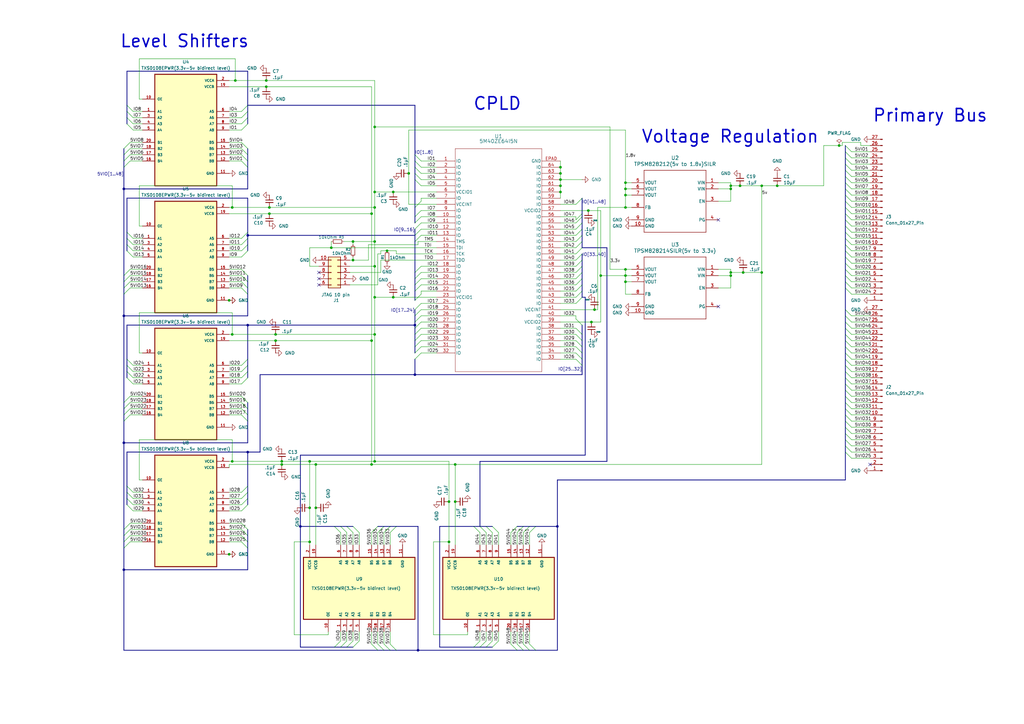
<source format=kicad_sch>
(kicad_sch (version 20250114) (generator "eeschema") (generator_version "9.0")
  (paper "A3")
  (title_block (title "Altera CPLD 5M40Z 5v breakout") (date "2025-11-27") (rev "3"))
  (text "CPLD" (at 203.962 42.672 0) (effects (font (size 5.08 5.08) (thickness 0.635))))
  (text "Level Shifters" (at 75.692 17.018 0) (effects (font (size 5.08 5.08) (thickness 0.635))))
  (text "Voltage Regulation" (at 299.466 56.134 0) (effects (font (size 5.08 5.08) (thickness 0.635))))
  (text "Primary Bus" (at 381.508 47.498 0) (effects (font (size 5.08 5.08) (thickness 0.635))))
  (junction (at 299.72 77.47))
  (junction (at 256.54 77.47))
  (junction (at 318.77 76.2))
  (junction (at 229.87 78.74))
  (junction (at 96.52 33.02))
  (junction (at 228.6 215.9))
  (junction (at 303.53 76.2))
  (junction (at 95.25 189.23))
  (junction (at 299.72 113.03))
  (junction (at 127 222.25))
  (junction (at 229.87 71.12))
  (junction (at 241.3 86.36))
  (junction (at 153.67 189.23))
  (junction (at 171.45 266.7))
  (junction (at 152.4 87.63))
  (junction (at 135.89 101.6))
  (junction (at 161.29 121.92))
  (junction (at 256.54 115.57))
  (junction (at 110.49 87.63))
  (junction (at 109.22 35.56))
  (junction (at 127 189.23))
  (junction (at 115.57 189.23))
  (junction (at 129.54 190.5))
  (junction (at 229.87 68.58))
  (junction (at 95.25 137.16))
  (junction (at 256.54 85.09))
  (junction (at 109.22 33.02))
  (junction (at 242.57 132.08))
  (junction (at 153.67 137.16))
  (junction (at 229.87 76.2))
  (junction (at 101.6 96.52))
  (junction (at 246.38 113.03))
  (junction (at 256.54 110.49))
  (junction (at 153.67 109.22))
  (junction (at 123.19 215.9))
  (junction (at 312.42 76.2))
  (junction (at 299.72 111.76))
  (junction (at 170.18 153.67))
  (junction (at 344.17 59.69))
  (junction (at 50.8 233.68))
  (junction (at 256.54 113.03))
  (junction (at 243.84 127))
  (junction (at 50.8 77.47))
  (junction (at 304.8 111.76))
  (junction (at 229.87 73.66))
  (junction (at 299.72 76.2))
  (junction (at 184.15 222.25))
  (junction (at 50.8 181.61))
  (junction (at 144.78 99.06))
  (junction (at 101.6 133.35))
  (junction (at 152.4 139.7))
  (junction (at 167.64 71.12))
  (junction (at 256.54 80.01))
  (junction (at 101.6 185.42))
  (junction (at 144.78 106.68))
  (junction (at 312.42 111.76))
  (junction (at 93.98 227.33))
  (junction (at 95.25 85.09))
  (junction (at 153.67 85.09))
  (junction (at 170.18 133.35))
  (junction (at 50.8 129.54))
  (junction (at 113.03 139.7))
  (junction (at 153.67 52.07))
  (junction (at 153.67 121.92))
  (junction (at 153.67 99.06))
  (junction (at 158.75 102.87))
  (junction (at 186.69 190.5))
  (junction (at 184.15 205.74))
  (junction (at 129.54 208.28))
  (junction (at 153.67 78.74))
  (junction (at 256.54 74.93))
  (junction (at 115.57 190.5))
  (junction (at 93.98 123.19))
  (junction (at 113.03 137.16))
  (junction (at 161.29 78.74))
  (junction (at 110.49 85.09))
  (junction (at 127 208.28))
  (junction (at 152.4 190.5))
  (junction (at 186.69 205.74))
  (no_connect (at 294.64 90.17))
  (no_connect (at 130.81 114.3))
  (no_connect (at 130.81 111.76))
  (no_connect (at 130.81 116.84))
  (no_connect (at 294.64 125.73))
  (no_connect (at 356.87 190.5))
  (bus_entry (at 346.71 180.34) (size 2.54 2.54))
  (bus_entry (at 99.06 217.17) (size 2.54 2.54))
  (bus_entry (at 236.22 116.84) (size 2.54 -2.54))
  (bus_entry (at 236.22 106.68) (size 2.54 -2.54))
  (bus_entry (at 212.09 264.16) (size 2.54 2.54))
  (bus_entry (at 196.85 215.9) (size 2.54 2.54))
  (bus_entry (at 346.71 105.41) (size 2.54 2.54))
  (bus_entry (at 101.6 199.39) (size -2.54 2.54))
  (bus_entry (at 346.71 82.55) (size 2.54 2.54))
  (bus_entry (at 52.07 201.93) (size 2.54 2.54))
  (bus_entry (at 217.17 264.16) (size 2.54 2.54))
  (bus_entry (at 53.34 170.18) (size -2.54 2.54))
  (bus_entry (at 346.71 72.39) (size 2.54 2.54))
  (bus_entry (at 101.6 45.72) (size -2.54 2.54))
  (bus_entry (at 172.72 139.7) (size -2.54 2.54))
  (bus_entry (at 346.71 144.78) (size 2.54 2.54))
  (bus_entry (at 217.17 218.44) (size 2.54 -2.54))
  (bus_entry (at 53.34 110.49) (size -2.54 2.54))
  (bus_entry (at 346.71 162.56) (size 2.54 2.54))
  (bus_entry (at 172.72 66.04) (size -2.54 -2.54))
  (bus_entry (at 196.85 265.43) (size 2.54 -2.54))
  (bus_entry (at 52.07 43.18) (size 2.54 2.54))
  (bus_entry (at 142.24 215.9) (size 2.54 2.54))
  (bus_entry (at 172.72 91.44) (size -2.54 2.54))
  (bus_entry (at 236.22 144.78) (size 2.54 2.54))
  (bus_entry (at 236.22 124.46) (size 2.54 -2.54))
  (bus_entry (at 346.71 102.87) (size 2.54 2.54))
  (bus_entry (at 99.06 58.42) (size 2.54 2.54))
  (bus_entry (at 172.72 76.2) (size -2.54 -2.54))
  (bus_entry (at 346.71 92.71) (size 2.54 2.54))
  (bus_entry (at 346.71 107.95) (size 2.54 2.54))
  (bus_entry (at 52.07 97.79) (size 2.54 2.54))
  (bus_entry (at 157.48 264.16) (size 2.54 2.54))
  (bus_entry (at 346.71 134.62) (size 2.54 2.54))
  (bus_entry (at 139.7 265.43) (size 2.54 -2.54))
  (bus_entry (at 172.72 120.65) (size -2.54 2.54))
  (bus_entry (at 346.71 172.72) (size 2.54 2.54))
  (bus_entry (at 236.22 137.16) (size 2.54 2.54))
  (bus_entry (at 346.71 152.4) (size 2.54 2.54))
  (bus_entry (at 101.6 207.01) (size -2.54 2.54))
  (bus_entry (at 172.72 96.52) (size -2.54 2.54))
  (bus_entry (at 346.71 142.24) (size 2.54 2.54))
  (bus_entry (at 137.16 265.43) (size 2.54 -2.54))
  (bus_entry (at 52.07 45.72) (size 2.54 2.54))
  (bus_entry (at 209.55 218.44) (size 2.54 -2.54))
  (bus_entry (at 52.07 100.33) (size 2.54 2.54))
  (bus_entry (at 142.24 265.43) (size 2.54 -2.54))
  (bus_entry (at 99.06 66.04) (size 2.54 2.54))
  (bus_entry (at 99.06 60.96) (size 2.54 2.54))
  (bus_entry (at 346.71 64.77) (size 2.54 2.54))
  (bus_entry (at 101.6 154.94) (size -2.54 2.54))
  (bus_entry (at 346.71 77.47) (size 2.54 2.54))
  (bus_entry (at 53.34 165.1) (size -2.54 2.54))
  (bus_entry (at 346.71 177.8) (size 2.54 2.54))
  (bus_entry (at 236.22 147.32) (size 2.54 2.54))
  (bus_entry (at 236.22 83.82) (size 2.54 -2.54))
  (bus_entry (at 236.22 134.62) (size 2.54 2.54))
  (bus_entry (at 172.72 129.54) (size -2.54 2.54))
  (bus_entry (at 172.72 124.46) (size -2.54 2.54))
  (bus_entry (at 99.06 219.71) (size 2.54 2.54))
  (bus_entry (at 172.72 93.98) (size -2.54 2.54))
  (bus_entry (at 101.6 100.33) (size -2.54 2.54))
  (bus_entry (at 144.78 265.43) (size 2.54 -2.54))
  (bus_entry (at 346.71 185.42) (size 2.54 2.54))
  (bus_entry (at 346.71 95.25) (size 2.54 2.54))
  (bus_entry (at 346.71 113.03) (size 2.54 2.54))
  (bus_entry (at 346.71 127) (size 2.54 2.54))
  (bus_entry (at 172.72 142.24) (size -2.54 2.54))
  (bus_entry (at 346.71 62.23) (size 2.54 2.54))
  (bus_entry (at 52.07 199.39) (size 2.54 2.54))
  (bus_entry (at 101.6 48.26) (size -2.54 2.54))
  (bus_entry (at 199.39 215.9) (size 2.54 2.54))
  (bus_entry (at 172.72 132.08) (size -2.54 2.54))
  (bus_entry (at 172.72 82.55) (size -2.54 2.54))
  (bus_entry (at 236.22 90.17) (size 2.54 -2.54))
  (bus_entry (at 346.71 132.08) (size 2.54 2.54))
  (bus_entry (at 52.07 204.47) (size 2.54 2.54))
  (bus_entry (at 346.71 118.11) (size 2.54 2.54))
  (bus_entry (at 53.34 60.96) (size -2.54 2.54))
  (bus_entry (at 346.71 85.09) (size 2.54 2.54))
  (bus_entry (at 172.72 114.3) (size -2.54 2.54))
  (bus_entry (at 172.72 144.78) (size -2.54 2.54))
  (bus_entry (at 214.63 218.44) (size 2.54 -2.54))
  (bus_entry (at 199.39 265.43) (size 2.54 -2.54))
  (bus_entry (at 152.4 218.44) (size 2.54 -2.54))
  (bus_entry (at 52.07 149.86) (size 2.54 2.54))
  (bus_entry (at 53.34 63.5) (size -2.54 2.54))
  (bus_entry (at 53.34 167.64) (size -2.54 2.54))
  (bus_entry (at 346.71 90.17) (size 2.54 2.54))
  (bus_entry (at 346.71 175.26) (size 2.54 2.54))
  (bus_entry (at 101.6 95.25) (size -2.54 2.54))
  (bus_entry (at 346.71 165.1) (size 2.54 2.54))
  (bus_entry (at 236.22 119.38) (size 2.54 -2.54))
  (bus_entry (at 346.71 149.86) (size 2.54 2.54))
  (bus_entry (at 209.55 264.16) (size 2.54 2.54))
  (bus_entry (at 346.71 80.01) (size 2.54 2.54))
  (bus_entry (at 172.72 109.22) (size -2.54 2.54))
  (bus_entry (at 53.34 115.57) (size -2.54 2.54))
  (bus_entry (at 53.34 162.56) (size -2.54 2.54))
  (bus_entry (at 99.06 118.11) (size 2.54 2.54))
  (bus_entry (at 236.22 104.14) (size 2.54 -2.54))
  (bus_entry (at 172.72 73.66) (size -2.54 -2.54))
  (bus_entry (at 236.22 101.6) (size 2.54 -2.54))
  (bus_entry (at 101.6 97.79) (size -2.54 2.54))
  (bus_entry (at 201.93 215.9) (size 2.54 2.54))
  (bus_entry (at 99.06 167.64) (size 2.54 2.54))
  (bus_entry (at 214.63 264.16) (size 2.54 2.54))
  (bus_entry (at 52.07 152.4) (size 2.54 2.54))
  (bus_entry (at 101.6 50.8) (size -2.54 2.54))
  (bus_entry (at 139.7 215.9) (size 2.54 2.54))
  (bus_entry (at 346.71 182.88) (size 2.54 2.54))
  (bus_entry (at 99.06 162.56) (size 2.54 2.54))
  (bus_entry (at 236.22 109.22) (size 2.54 -2.54))
  (bus_entry (at 101.6 147.32) (size -2.54 2.54))
  (bus_entry (at 52.07 95.25) (size 2.54 2.54))
  (bus_entry (at 236.22 114.3) (size 2.54 -2.54))
  (bus_entry (at 236.22 139.7) (size 2.54 2.54))
  (bus_entry (at 160.02 264.16) (size 2.54 2.54))
  (bus_entry (at 236.22 96.52) (size 2.54 -2.54))
  (bus_entry (at 52.07 50.8) (size 2.54 2.54))
  (bus_entry (at 52.07 207.01) (size 2.54 2.54))
  (bus_entry (at 157.48 218.44) (size 2.54 -2.54))
  (bus_entry (at 99.06 165.1) (size 2.54 2.54))
  (bus_entry (at 346.71 137.16) (size 2.54 2.54))
  (bus_entry (at 346.71 100.33) (size 2.54 2.54))
  (bus_entry (at 53.34 222.25) (size -2.54 2.54))
  (bus_entry (at 172.72 86.36) (size -2.54 2.54))
  (bus_entry (at 346.71 67.31) (size 2.54 2.54))
  (bus_entry (at 99.06 110.49) (size 2.54 2.54))
  (bus_entry (at 53.34 118.11) (size -2.54 2.54))
  (bus_entry (at 346.71 160.02) (size 2.54 2.54))
  (bus_entry (at 172.72 71.12) (size -2.54 -2.54))
  (bus_entry (at 52.07 102.87) (size 2.54 2.54))
  (bus_entry (at 53.34 217.17) (size -2.54 2.54))
  (bus_entry (at 172.72 137.16) (size -2.54 2.54))
  (bus_entry (at 346.71 170.18) (size 2.54 2.54))
  (bus_entry (at 346.71 69.85) (size 2.54 2.54))
  (bus_entry (at 172.72 127) (size -2.54 2.54))
  (bus_entry (at 346.71 154.94) (size 2.54 2.54))
  (bus_entry (at 99.06 170.18) (size 2.54 2.54))
  (bus_entry (at 172.72 116.84) (size -2.54 2.54))
  (bus_entry (at 144.78 215.9) (size 2.54 2.54))
  (bus_entry (at 236.22 130.81) (size 2.54 2.54))
  (bus_entry (at 236.22 93.98) (size 2.54 -2.54))
  (bus_entry (at 172.72 88.9) (size -2.54 2.54))
  (bus_entry (at 346.71 97.79) (size 2.54 2.54))
  (bus_entry (at 99.06 222.25) (size 2.54 2.54))
  (bus_entry (at 194.31 215.9) (size 2.54 2.54))
  (bus_entry (at 346.71 167.64) (size 2.54 2.54))
  (bus_entry (at 53.34 214.63) (size -2.54 2.54))
  (bus_entry (at 53.34 58.42) (size -2.54 2.54))
  (bus_entry (at 99.06 63.5) (size 2.54 2.54))
  (bus_entry (at 346.71 74.93) (size 2.54 2.54))
  (bus_entry (at 53.34 66.04) (size -2.54 2.54))
  (bus_entry (at 101.6 201.93) (size -2.54 2.54))
  (bus_entry (at 160.02 218.44) (size 2.54 -2.54))
  (bus_entry (at 99.06 214.63) (size 2.54 2.54))
  (bus_entry (at 53.34 113.03) (size -2.54 2.54))
  (bus_entry (at 101.6 102.87) (size -2.54 2.54))
  (bus_entry (at 101.6 152.4) (size -2.54 2.54))
  (bus_entry (at 172.72 134.62) (size -2.54 2.54))
  (bus_entry (at 53.34 219.71) (size -2.54 2.54))
  (bus_entry (at 172.72 68.58) (size -2.54 -2.54))
  (bus_entry (at 236.22 111.76) (size 2.54 -2.54))
  (bus_entry (at 152.4 264.16) (size 2.54 2.54))
  (bus_entry (at 346.71 87.63) (size 2.54 2.54))
  (bus_entry (at 346.71 157.48) (size 2.54 2.54))
  (bus_entry (at 99.06 115.57) (size 2.54 2.54))
  (bus_entry (at 154.94 218.44) (size 2.54 -2.54))
  (bus_entry (at 201.93 265.43) (size 2.54 -2.54))
  (bus_entry (at 172.72 111.76) (size -2.54 2.54))
  (bus_entry (at 236.22 121.92) (size 2.54 -2.54))
  (bus_entry (at 101.6 204.47) (size -2.54 2.54))
  (bus_entry (at 52.07 147.32) (size 2.54 2.54))
  (bus_entry (at 52.07 154.94) (size 2.54 2.54))
  (bus_entry (at 236.22 91.44) (size 2.54 -2.54))
  (bus_entry (at 194.31 265.43) (size 2.54 -2.54))
  (bus_entry (at 346.71 110.49) (size 2.54 2.54))
  (bus_entry (at 346.71 139.7) (size 2.54 2.54))
  (bus_entry (at 346.71 59.69) (size 2.54 2.54))
  (bus_entry (at 346.71 147.32) (size 2.54 2.54))
  (bus_entry (at 236.22 142.24) (size 2.54 2.54))
  (bus_entry (at 52.07 48.26) (size 2.54 2.54))
  (bus_entry (at 101.6 149.86) (size -2.54 2.54))
  (bus_entry (at 236.22 99.06) (size 2.54 -2.54))
  (bus_entry (at 212.09 218.44) (size 2.54 -2.54))
  (bus_entry (at 346.71 115.57) (size 2.54 2.54))
  (bus_entry (at 346.71 129.54) (size 2.54 2.54))
  (bus_entry (at 137.16 215.9) (size 2.54 2.54))
  (bus_entry (at 154.94 264.16) (size 2.54 2.54))
  (bus_entry (at 99.06 113.03) (size 2.54 2.54))
  (bus_entry (at 101.6 43.18) (size -2.54 2.54))
  (bus (pts (xy 170.18 119.38) (xy 170.18 123.19)))
  (wire (pts (xy 349.25 74.93) (xy 356.87 74.93)))
  (wire (pts (xy 172.72 119.38) (xy 179.07 119.38)))
  (bus (pts (xy 50.8 77.47) (xy 101.6 77.47)))
  (wire (pts (xy 93.98 50.8) (xy 99.06 50.8)))
  (bus (pts (xy 170.18 71.12) (xy 170.18 73.66)))
  (wire (pts (xy 256.54 110.49) (xy 256.54 113.03)))
  (wire (pts (xy 184.15 205.74) (xy 184.15 222.25)))
  (wire (pts (xy 349.25 110.49) (xy 356.87 110.49)))
  (bus (pts (xy 346.71 152.4) (xy 346.71 154.94)))
  (bus (pts (xy 52.07 152.4) (xy 52.07 154.94)))
  (bus (pts (xy 199.39 265.43) (xy 201.93 265.43)))
  (bus (pts (xy 238.76 101.6) (xy 248.92 101.6)))
  (wire (pts (xy 129.54 208.28) (xy 129.54 223.52)))
  (wire (pts (xy 353.06 58.42) (xy 345.44 58.42)))
  (wire (pts (xy 93.98 170.18) (xy 99.06 170.18)))
  (bus (pts (xy 171.45 266.7) (xy 171.45 215.9)))
  (wire (pts (xy 153.67 109.22) (xy 153.67 99.06)))
  (bus (pts (xy 170.18 111.76) (xy 170.18 114.3)))
  (wire (pts (xy 53.34 58.42) (xy 58.42 58.42)))
  (wire (pts (xy 93.98 105.41) (xy 99.06 105.41)))
  (bus (pts (xy 50.8 129.54) (xy 50.8 165.1)))
  (wire (pts (xy 349.25 118.11) (xy 356.87 118.11)))
  (bus (pts (xy 101.6 199.39) (xy 101.6 201.93)))
  (wire (pts (xy 144.78 106.68) (xy 151.13 106.68)))
  (wire (pts (xy 160.02 223.52) (xy 160.02 218.44)))
  (bus (pts (xy 346.71 180.34) (xy 346.71 182.88)))
  (wire (pts (xy 54.61 154.94) (xy 58.42 154.94)))
  (wire (pts (xy 162.56 104.14) (xy 179.07 104.14)))
  (bus (pts (xy 170.18 114.3) (xy 170.18 116.84)))
  (bus (pts (xy 346.71 67.31) (xy 346.71 69.85)))
  (bus (pts (xy 346.71 100.33) (xy 346.71 102.87)))
  (wire (pts (xy 172.72 116.84) (xy 179.07 116.84)))
  (wire (pts (xy 246.38 113.03) (xy 246.38 86.36)))
  (wire (pts (xy 349.25 67.31) (xy 356.87 67.31)))
  (wire (pts (xy 57.15 196.85) (xy 58.42 196.85)))
  (bus (pts (xy 52.07 204.47) (xy 52.07 207.01)))
  (wire (pts (xy 229.87 101.6) (xy 236.22 101.6)))
  (wire (pts (xy 153.67 52.07) (xy 153.67 78.74)))
  (wire (pts (xy 209.55 264.16) (xy 209.55 259.08)))
  (wire (pts (xy 349.25 137.16) (xy 356.87 137.16)))
  (wire (pts (xy 349.25 129.54) (xy 356.87 129.54)))
  (bus (pts (xy 101.6 96.52) (xy 170.18 96.52)))
  (bus (pts (xy 238.76 139.7) (xy 238.76 142.24)))
  (wire (pts (xy 201.93 262.89) (xy 201.93 259.08)))
  (wire (pts (xy 229.87 132.08) (xy 242.57 132.08)))
  (wire (pts (xy 152.4 223.52) (xy 152.4 218.44)))
  (bus (pts (xy 346.71 97.79) (xy 346.71 100.33)))
  (wire (pts (xy 93.98 48.26) (xy 99.06 48.26)))
  (wire (pts (xy 54.61 105.41) (xy 58.42 105.41)))
  (bus (pts (xy 170.18 63.5) (xy 170.18 66.04)))
  (wire (pts (xy 349.25 165.1) (xy 356.87 165.1)))
  (wire (pts (xy 134.62 260.35) (xy 134.62 259.08)))
  (wire (pts (xy 312.42 190.5) (xy 186.69 190.5)))
  (wire (pts (xy 179.07 99.06) (xy 171.45 99.06)))
  (wire (pts (xy 152.4 139.7) (xy 152.4 190.5)))
  (wire (pts (xy 256.54 113.03) (xy 246.38 113.03)))
  (wire (pts (xy 93.98 209.55) (xy 99.06 209.55)))
  (wire (pts (xy 93.98 97.79) (xy 99.06 97.79)))
  (bus (pts (xy 238.76 137.16) (xy 238.76 139.7)))
  (wire (pts (xy 349.25 147.32) (xy 356.87 147.32)))
  (bus (pts (xy 106.68 185.42) (xy 101.6 185.42)))
  (wire (pts (xy 229.87 73.66) (xy 229.87 76.2)))
  (wire (pts (xy 109.22 35.56) (xy 93.98 35.56)))
  (wire (pts (xy 349.25 82.55) (xy 356.87 82.55)))
  (bus (pts (xy 238.76 88.9) (xy 238.76 91.44)))
  (bus (pts (xy 50.8 113.03) (xy 50.8 115.57)))
  (wire (pts (xy 54.61 102.87) (xy 58.42 102.87)))
  (wire (pts (xy 196.85 262.89) (xy 196.85 259.08)))
  (bus (pts (xy 170.18 73.66) (xy 170.18 85.09)))
  (wire (pts (xy 161.29 121.92) (xy 179.07 121.92)))
  (wire (pts (xy 95.25 128.27) (xy 57.15 128.27)))
  (bus (pts (xy 154.94 266.7) (xy 157.48 266.7)))
  (bus (pts (xy 101.6 149.86) (xy 101.6 152.4)))
  (wire (pts (xy 127 223.52) (xy 127 222.25)))
  (wire (pts (xy 229.87 68.58) (xy 229.87 71.12)))
  (bus (pts (xy 346.71 142.24) (xy 346.71 144.78)))
  (wire (pts (xy 172.72 73.66) (xy 179.07 73.66)))
  (wire (pts (xy 93.98 207.01) (xy 99.06 207.01)))
  (wire (pts (xy 120.65 260.35) (xy 134.62 260.35)))
  (bus (pts (xy 101.6 147.32) (xy 101.6 133.35)))
  (bus (pts (xy 228.6 196.85) (xy 228.6 215.9)))
  (bus (pts (xy 170.18 96.52) (xy 170.18 99.06)))
  (wire (pts (xy 349.25 185.42) (xy 356.87 185.42)))
  (bus (pts (xy 238.76 144.78) (xy 238.76 147.32)))
  (wire (pts (xy 242.57 132.08) (xy 246.38 132.08)))
  (wire (pts (xy 349.25 80.01) (xy 356.87 80.01)))
  (wire (pts (xy 349.25 142.24) (xy 356.87 142.24)))
  (bus (pts (xy 50.8 120.65) (xy 50.8 129.54)))
  (wire (pts (xy 154.94 104.14) (xy 156.21 104.14)))
  (bus (pts (xy 170.18 153.67) (xy 106.68 153.67)))
  (wire (pts (xy 127 222.25) (xy 120.65 222.25)))
  (wire (pts (xy 229.87 116.84) (xy 236.22 116.84)))
  (wire (pts (xy 142.24 223.52) (xy 142.24 218.44)))
  (wire (pts (xy 349.25 72.39) (xy 356.87 72.39)))
  (wire (pts (xy 152.4 190.5) (xy 186.69 190.5)))
  (wire (pts (xy 299.72 113.03) (xy 299.72 118.11)))
  (wire (pts (xy 156.21 104.14) (xy 156.21 102.87)))
  (wire (pts (xy 113.03 137.16) (xy 153.67 137.16)))
  (wire (pts (xy 127 208.28) (xy 127 222.25)))
  (wire (pts (xy 161.29 78.74) (xy 179.07 78.74)))
  (bus (pts (xy 157.48 215.9) (xy 160.02 215.9)))
  (bus (pts (xy 101.6 68.58) (xy 101.6 77.47)))
  (wire (pts (xy 250.19 52.07) (xy 250.19 110.49)))
  (wire (pts (xy 172.72 109.22) (xy 179.07 109.22)))
  (bus (pts (xy 170.18 153.67) (xy 238.76 153.67)))
  (bus (pts (xy 346.71 144.78) (xy 346.71 147.32)))
  (bus (pts (xy 238.76 133.35) (xy 238.76 137.16)))
  (wire (pts (xy 153.67 121.92) (xy 161.29 121.92)))
  (wire (pts (xy 294.64 118.11) (xy 299.72 118.11)))
  (bus (pts (xy 346.71 147.32) (xy 346.71 149.86)))
  (bus (pts (xy 162.56 266.7) (xy 171.45 266.7)))
  (wire (pts (xy 349.25 90.17) (xy 356.87 90.17)))
  (wire (pts (xy 299.72 76.2) (xy 303.53 76.2)))
  (wire (pts (xy 53.34 115.57) (xy 58.42 115.57)))
  (bus (pts (xy 346.71 185.42) (xy 346.71 196.85)))
  (wire (pts (xy 54.61 100.33) (xy 58.42 100.33)))
  (bus (pts (xy 217.17 266.7) (xy 219.71 266.7)))
  (bus (pts (xy 101.6 167.64) (xy 101.6 170.18)))
  (wire (pts (xy 53.34 113.03) (xy 58.42 113.03)))
  (wire (pts (xy 135.89 99.06) (xy 135.89 101.6)))
  (bus (pts (xy 101.6 199.39) (xy 101.6 185.42)))
  (wire (pts (xy 349.25 170.18) (xy 356.87 170.18)))
  (wire (pts (xy 127 101.6) (xy 135.89 101.6)))
  (wire (pts (xy 93.98 45.72) (xy 99.06 45.72)))
  (bus (pts (xy 101.6 97.79) (xy 101.6 100.33)))
  (wire (pts (xy 172.72 68.58) (xy 179.07 68.58)))
  (wire (pts (xy 153.67 52.07) (xy 250.19 52.07)))
  (bus (pts (xy 248.92 101.6) (xy 248.92 189.23)))
  (wire (pts (xy 110.49 87.63) (xy 93.98 87.63)))
  (wire (pts (xy 229.87 66.04) (xy 229.87 68.58)))
  (wire (pts (xy 54.61 152.4) (xy 58.42 152.4)))
  (wire (pts (xy 93.98 85.09) (xy 95.25 85.09)))
  (wire (pts (xy 53.34 63.5) (xy 58.42 63.5)))
  (wire (pts (xy 349.25 85.09) (xy 356.87 85.09)))
  (bus (pts (xy 50.8 63.5) (xy 50.8 66.04)))
  (bus (pts (xy 346.71 182.88) (xy 346.71 185.42)))
  (bus (pts (xy 160.02 215.9) (xy 162.56 215.9)))
  (bus (pts (xy 346.71 105.41) (xy 346.71 107.95)))
  (bus (pts (xy 50.8 129.54) (xy 101.6 129.54)))
  (bus (pts (xy 50.8 219.71) (xy 50.8 222.25)))
  (wire (pts (xy 356.87 59.69) (xy 353.06 59.69)))
  (wire (pts (xy 115.57 189.23) (xy 127 189.23)))
  (wire (pts (xy 204.47 223.52) (xy 204.47 218.44)))
  (wire (pts (xy 238.76 73.66) (xy 229.87 73.66)))
  (bus (pts (xy 346.71 74.93) (xy 346.71 77.47)))
  (bus (pts (xy 346.71 137.16) (xy 346.71 139.7)))
  (bus (pts (xy 212.09 266.7) (xy 214.63 266.7)))
  (wire (pts (xy 139.7 262.89) (xy 139.7 259.08)))
  (wire (pts (xy 349.25 187.96) (xy 356.87 187.96)))
  (wire (pts (xy 245.11 85.09) (xy 245.11 127)))
  (bus (pts (xy 101.6 29.21) (xy 52.07 29.21)))
  (wire (pts (xy 95.25 85.09) (xy 95.25 76.2)))
  (bus (pts (xy 170.18 134.62) (xy 170.18 137.16)))
  (wire (pts (xy 345.44 58.42) (xy 345.44 59.69)))
  (wire (pts (xy 152.4 35.56) (xy 109.22 35.56)))
  (wire (pts (xy 172.72 114.3) (xy 179.07 114.3)))
  (wire (pts (xy 53.34 167.64) (xy 58.42 167.64)))
  (wire (pts (xy 256.54 53.34) (xy 167.64 53.34)))
  (bus (pts (xy 123.19 186.69) (xy 123.19 215.9)))
  (wire (pts (xy 135.89 101.6) (xy 179.07 101.6)))
  (wire (pts (xy 349.25 175.26) (xy 356.87 175.26)))
  (bus (pts (xy 101.6 113.03) (xy 101.6 115.57)))
  (wire (pts (xy 152.4 139.7) (xy 152.4 87.63)))
  (wire (pts (xy 294.64 113.03) (xy 299.72 113.03)))
  (bus (pts (xy 346.71 134.62) (xy 346.71 137.16)))
  (wire (pts (xy 93.98 152.4) (xy 99.06 152.4)))
  (bus (pts (xy 170.18 88.9) (xy 170.18 91.44)))
  (bus (pts (xy 101.6 133.35) (xy 170.18 133.35)))
  (bus (pts (xy 212.09 215.9) (xy 214.63 215.9)))
  (bus (pts (xy 170.18 99.06) (xy 170.18 111.76)))
  (wire (pts (xy 172.72 86.36) (xy 179.07 86.36)))
  (bus (pts (xy 101.6 170.18) (xy 101.6 172.72)))
  (wire (pts (xy 93.98 201.93) (xy 99.06 201.93)))
  (bus (pts (xy 50.8 167.64) (xy 50.8 170.18)))
  (wire (pts (xy 53.34 162.56) (xy 58.42 162.56)))
  (wire (pts (xy 154.94 223.52) (xy 154.94 218.44)))
  (wire (pts (xy 172.72 81.28) (xy 179.07 81.28)))
  (bus (pts (xy 346.71 115.57) (xy 346.71 118.11)))
  (wire (pts (xy 191.77 260.35) (xy 191.77 259.08)))
  (bus (pts (xy 101.6 217.17) (xy 101.6 219.71)))
  (bus (pts (xy 52.07 81.28) (xy 52.07 95.25)))
  (bus (pts (xy 101.6 43.18) (xy 101.6 29.21)))
  (wire (pts (xy 157.48 223.52) (xy 157.48 218.44)))
  (wire (pts (xy 184.15 223.52) (xy 184.15 222.25)))
  (bus (pts (xy 346.71 85.09) (xy 346.71 87.63)))
  (wire (pts (xy 217.17 264.16) (xy 217.17 259.08)))
  (wire (pts (xy 349.25 144.78) (xy 356.87 144.78)))
  (wire (pts (xy 153.67 33.02) (xy 153.67 52.07)))
  (bus (pts (xy 50.8 217.17) (xy 50.8 219.71)))
  (wire (pts (xy 54.61 207.01) (xy 58.42 207.01)))
  (bus (pts (xy 240.03 121.92) (xy 240.03 186.69)))
  (bus (pts (xy 101.6 219.71) (xy 101.6 222.25)))
  (wire (pts (xy 95.25 137.16) (xy 95.25 128.27)))
  (wire (pts (xy 349.25 154.94) (xy 356.87 154.94)))
  (bus (pts (xy 346.71 77.47) (xy 346.71 80.01)))
  (bus (pts (xy 52.07 185.42) (xy 52.07 199.39)))
  (bus (pts (xy 346.71 102.87) (xy 346.71 105.41)))
  (wire (pts (xy 153.67 189.23) (xy 184.15 189.23)))
  (bus (pts (xy 346.71 132.08) (xy 346.71 134.62)))
  (bus (pts (xy 154.94 215.9) (xy 157.48 215.9)))
  (bus (pts (xy 346.71 107.95) (xy 346.71 110.49)))
  (wire (pts (xy 172.72 96.52) (xy 179.07 96.52)))
  (bus (pts (xy 101.6 60.96) (xy 101.6 63.5)))
  (bus (pts (xy 346.71 162.56) (xy 346.71 165.1)))
  (bus (pts (xy 171.45 266.7) (xy 212.09 266.7)))
  (wire (pts (xy 299.72 111.76) (xy 299.72 110.49)))
  (wire (pts (xy 95.25 85.09) (xy 110.49 85.09)))
  (wire (pts (xy 93.98 217.17) (xy 99.06 217.17)))
  (wire (pts (xy 93.98 154.94) (xy 99.06 154.94)))
  (bus (pts (xy 170.18 85.09) (xy 170.18 88.9)))
  (bus (pts (xy 101.6 185.42) (xy 52.07 185.42)))
  (bus (pts (xy 194.31 265.43) (xy 196.85 265.43)))
  (bus (pts (xy 50.8 118.11) (xy 50.8 120.65)))
  (wire (pts (xy 256.54 77.47) (xy 256.54 80.01)))
  (bus (pts (xy 101.6 172.72) (xy 101.6 181.61)))
  (wire (pts (xy 179.07 83.82) (xy 167.64 83.82)))
  (wire (pts (xy 172.72 91.44) (xy 179.07 91.44)))
  (wire (pts (xy 259.08 74.93) (xy 256.54 74.93)))
  (bus (pts (xy 346.71 72.39) (xy 346.71 74.93)))
  (wire (pts (xy 147.32 223.52) (xy 147.32 218.44)))
  (bus (pts (xy 101.6 222.25) (xy 101.6 224.79)))
  (wire (pts (xy 167.64 53.34) (xy 167.64 71.12)))
  (wire (pts (xy 199.39 223.52) (xy 199.39 218.44)))
  (wire (pts (xy 229.87 76.2) (xy 229.87 78.74)))
  (bus (pts (xy 170.18 66.04) (xy 170.18 68.58)))
  (bus (pts (xy 101.6 63.5) (xy 101.6 66.04)))
  (bus (pts (xy 346.71 129.54) (xy 346.71 132.08)))
  (wire (pts (xy 349.25 180.34) (xy 356.87 180.34)))
  (wire (pts (xy 349.25 62.23) (xy 356.87 62.23)))
  (wire (pts (xy 96.52 33.02) (xy 96.52 24.13)))
  (wire (pts (xy 93.98 214.63) (xy 99.06 214.63)))
  (bus (pts (xy 346.71 165.1) (xy 346.71 167.64)))
  (bus (pts (xy 50.8 233.68) (xy 101.6 233.68)))
  (wire (pts (xy 337.82 59.69) (xy 337.82 76.2)))
  (wire (pts (xy 93.98 190.5) (xy 93.98 191.77)))
  (wire (pts (xy 54.61 48.26) (xy 58.42 48.26)))
  (wire (pts (xy 156.21 102.87) (xy 158.75 102.87)))
  (wire (pts (xy 303.53 76.2) (xy 312.42 76.2)))
  (wire (pts (xy 229.87 142.24) (xy 236.22 142.24)))
  (bus (pts (xy 50.8 68.58) (xy 50.8 77.47)))
  (bus (pts (xy 101.6 66.04) (xy 101.6 68.58)))
  (bus (pts (xy 162.56 215.9) (xy 171.45 215.9)))
  (wire (pts (xy 93.98 118.11) (xy 99.06 118.11)))
  (bus (pts (xy 238.76 116.84) (xy 238.76 119.38)))
  (wire (pts (xy 54.61 157.48) (xy 58.42 157.48)))
  (wire (pts (xy 93.98 204.47) (xy 99.06 204.47)))
  (wire (pts (xy 349.25 160.02) (xy 356.87 160.02)))
  (bus (pts (xy 50.8 172.72) (xy 50.8 181.61)))
  (wire (pts (xy 93.98 165.1) (xy 99.06 165.1)))
  (wire (pts (xy 229.87 114.3) (xy 236.22 114.3)))
  (wire (pts (xy 229.87 139.7) (xy 236.22 139.7)))
  (bus (pts (xy 101.6 95.25) (xy 101.6 81.28)))
  (wire (pts (xy 153.67 121.92) (xy 153.67 137.16)))
  (wire (pts (xy 93.98 162.56) (xy 99.06 162.56)))
  (wire (pts (xy 294.64 82.55) (xy 299.72 82.55)))
  (wire (pts (xy 241.3 86.36) (xy 246.38 86.36)))
  (wire (pts (xy 54.61 50.8) (xy 58.42 50.8)))
  (wire (pts (xy 229.87 71.12) (xy 229.87 73.66)))
  (bus (pts (xy 106.68 153.67) (xy 106.68 185.42)))
  (wire (pts (xy 53.34 214.63) (xy 58.42 214.63)))
  (wire (pts (xy 229.87 106.68) (xy 236.22 106.68)))
  (wire (pts (xy 177.8 260.35) (xy 191.77 260.35)))
  (wire (pts (xy 349.25 152.4) (xy 356.87 152.4)))
  (wire (pts (xy 349.25 172.72) (xy 356.87 172.72)))
  (wire (pts (xy 172.72 111.76) (xy 179.07 111.76)))
  (bus (pts (xy 101.6 96.52) (xy 101.6 97.79)))
  (wire (pts (xy 154.94 264.16) (xy 154.94 259.08)))
  (bus (pts (xy 101.6 95.25) (xy 101.6 96.52)))
  (bus (pts (xy 50.8 77.47) (xy 50.8 113.03)))
  (wire (pts (xy 229.87 104.14) (xy 236.22 104.14)))
  (bus (pts (xy 50.8 115.57) (xy 50.8 118.11)))
  (wire (pts (xy 93.98 157.48) (xy 99.06 157.48)))
  (wire (pts (xy 57.15 180.34) (xy 57.15 196.85)))
  (wire (pts (xy 115.57 190.5) (xy 129.54 190.5)))
  (wire (pts (xy 139.7 223.52) (xy 139.7 218.44)))
  (bus (pts (xy 52.07 97.79) (xy 52.07 100.33)))
  (wire (pts (xy 256.54 113.03) (xy 259.08 113.03)))
  (wire (pts (xy 245.11 127) (xy 243.84 127)))
  (wire (pts (xy 214.63 264.16) (xy 214.63 259.08)))
  (bus (pts (xy 346.71 127) (xy 346.71 129.54)))
  (wire (pts (xy 153.67 109.22) (xy 153.67 121.92)))
  (bus (pts (xy 238.76 109.22) (xy 238.76 111.76)))
  (bus (pts (xy 137.16 215.9) (xy 123.19 215.9)))
  (bus (pts (xy 170.18 93.98) (xy 170.18 96.52)))
  (wire (pts (xy 54.61 204.47) (xy 58.42 204.47)))
  (bus (pts (xy 101.6 147.32) (xy 101.6 149.86)))
  (wire (pts (xy 95.25 76.2) (xy 57.15 76.2)))
  (bus (pts (xy 50.8 181.61) (xy 101.6 181.61)))
  (wire (pts (xy 349.25 69.85) (xy 356.87 69.85)))
  (wire (pts (xy 349.25 134.62) (xy 356.87 134.62)))
  (bus (pts (xy 170.18 142.24) (xy 170.18 144.78)))
  (wire (pts (xy 349.25 157.48) (xy 356.87 157.48)))
  (wire (pts (xy 294.64 77.47) (xy 299.72 77.47)))
  (wire (pts (xy 53.34 165.1) (xy 58.42 165.1)))
  (wire (pts (xy 95.25 189.23) (xy 115.57 189.23)))
  (bus (pts (xy 346.71 154.94) (xy 346.71 157.48)))
  (wire (pts (xy 57.15 128.27) (xy 57.15 144.78)))
  (wire (pts (xy 93.98 222.25) (xy 99.06 222.25)))
  (bus (pts (xy 219.71 266.7) (xy 228.6 266.7)))
  (wire (pts (xy 57.15 144.78) (xy 58.42 144.78)))
  (bus (pts (xy 346.71 177.8) (xy 346.71 180.34)))
  (bus (pts (xy 50.8 222.25) (xy 50.8 224.79)))
  (wire (pts (xy 147.32 262.89) (xy 147.32 259.08)))
  (wire (pts (xy 349.25 100.33) (xy 356.87 100.33)))
  (wire (pts (xy 93.98 66.04) (xy 99.06 66.04)))
  (wire (pts (xy 184.15 222.25) (xy 177.8 222.25)))
  (wire (pts (xy 349.25 120.65) (xy 356.87 120.65)))
  (wire (pts (xy 93.98 167.64) (xy 99.06 167.64)))
  (bus (pts (xy 137.16 265.43) (xy 139.7 265.43)))
  (bus (pts (xy 170.18 137.16) (xy 170.18 139.7)))
  (bus (pts (xy 170.18 147.32) (xy 170.18 153.67)))
  (wire (pts (xy 196.85 223.52) (xy 196.85 218.44)))
  (bus (pts (xy 194.31 215.9) (xy 180.34 215.9)))
  (wire (pts (xy 299.72 76.2) (xy 299.72 77.47)))
  (bus (pts (xy 196.85 215.9) (xy 199.39 215.9)))
  (wire (pts (xy 57.15 76.2) (xy 57.15 92.71)))
  (bus (pts (xy 238.76 91.44) (xy 238.76 93.98)))
  (bus (pts (xy 238.76 114.3) (xy 238.76 116.84)))
  (wire (pts (xy 299.72 111.76) (xy 299.72 113.03)))
  (wire (pts (xy 204.47 262.89) (xy 204.47 259.08)))
  (wire (pts (xy 229.87 99.06) (xy 236.22 99.06)))
  (wire (pts (xy 172.72 81.28) (xy 172.72 82.55)))
  (wire (pts (xy 156.21 111.76) (xy 143.51 111.76)))
  (bus (pts (xy 101.6 204.47) (xy 101.6 207.01)))
  (wire (pts (xy 152.4 139.7) (xy 113.03 139.7)))
  (wire (pts (xy 229.87 137.16) (xy 236.22 137.16)))
  (bus (pts (xy 101.6 133.35) (xy 52.07 133.35)))
  (wire (pts (xy 318.77 76.2) (xy 337.82 76.2)))
  (wire (pts (xy 299.72 111.76) (xy 304.8 111.76)))
  (wire (pts (xy 93.98 33.02) (xy 96.52 33.02)))
  (wire (pts (xy 229.87 129.54) (xy 236.22 129.54)))
  (bus (pts (xy 139.7 265.43) (xy 142.24 265.43)))
  (wire (pts (xy 259.08 110.49) (xy 256.54 110.49)))
  (bus (pts (xy 52.07 43.18) (xy 52.07 45.72)))
  (bus (pts (xy 238.76 142.24) (xy 238.76 144.78)))
  (wire (pts (xy 345.44 59.69) (xy 344.17 59.69)))
  (wire (pts (xy 172.72 137.16) (xy 179.07 137.16)))
  (wire (pts (xy 57.15 92.71) (xy 58.42 92.71)))
  (wire (pts (xy 152.4 264.16) (xy 152.4 259.08)))
  (bus (pts (xy 238.76 121.92) (xy 240.03 121.92)))
  (bus (pts (xy 199.39 215.9) (xy 201.93 215.9)))
  (wire (pts (xy 53.34 217.17) (xy 58.42 217.17)))
  (bus (pts (xy 50.8 170.18) (xy 50.8 172.72)))
  (bus (pts (xy 101.6 224.79) (xy 101.6 233.68)))
  (bus (pts (xy 346.71 149.86) (xy 346.71 152.4)))
  (wire (pts (xy 153.67 99.06) (xy 144.78 99.06)))
  (bus (pts (xy 139.7 215.9) (xy 142.24 215.9)))
  (bus (pts (xy 238.76 96.52) (xy 238.76 99.06)))
  (wire (pts (xy 96.52 33.02) (xy 109.22 33.02)))
  (bus (pts (xy 154.94 266.7) (xy 50.8 266.7)))
  (wire (pts (xy 349.25 113.03) (xy 356.87 113.03)))
  (wire (pts (xy 229.87 121.92) (xy 236.22 121.92)))
  (wire (pts (xy 93.98 58.42) (xy 99.06 58.42)))
  (wire (pts (xy 93.98 113.03) (xy 99.06 113.03)))
  (bus (pts (xy 50.8 181.61) (xy 50.8 217.17)))
  (wire (pts (xy 53.34 118.11) (xy 58.42 118.11)))
  (bus (pts (xy 101.6 201.93) (xy 101.6 204.47)))
  (bus (pts (xy 170.18 139.7) (xy 170.18 142.24)))
  (bus (pts (xy 52.07 133.35) (xy 52.07 147.32)))
  (wire (pts (xy 120.65 222.25) (xy 120.65 260.35)))
  (wire (pts (xy 299.72 77.47) (xy 299.72 82.55)))
  (wire (pts (xy 93.98 60.96) (xy 99.06 60.96)))
  (wire (pts (xy 349.25 97.79) (xy 356.87 97.79)))
  (wire (pts (xy 172.72 66.04) (xy 179.07 66.04)))
  (wire (pts (xy 353.06 59.69) (xy 353.06 58.42)))
  (wire (pts (xy 172.72 93.98) (xy 179.07 93.98)))
  (wire (pts (xy 349.25 149.86) (xy 356.87 149.86)))
  (wire (pts (xy 256.54 115.57) (xy 256.54 120.65)))
  (wire (pts (xy 167.64 71.12) (xy 167.64 83.82)))
  (wire (pts (xy 229.87 127) (xy 243.84 127)))
  (bus (pts (xy 50.8 60.96) (xy 50.8 63.5)))
  (bus (pts (xy 142.24 215.9) (xy 144.78 215.9)))
  (wire (pts (xy 57.15 40.64) (xy 58.42 40.64)))
  (wire (pts (xy 129.54 190.5) (xy 129.54 208.28)))
  (wire (pts (xy 312.42 76.2) (xy 318.77 76.2)))
  (wire (pts (xy 113.03 139.7) (xy 93.98 139.7)))
  (wire (pts (xy 109.22 33.02) (xy 153.67 33.02)))
  (wire (pts (xy 53.34 222.25) (xy 58.42 222.25)))
  (wire (pts (xy 110.49 85.09) (xy 153.67 85.09)))
  (wire (pts (xy 153.67 99.06) (xy 153.67 85.09)))
  (bus (pts (xy 240.03 186.69) (xy 123.19 186.69)))
  (wire (pts (xy 229.87 124.46) (xy 236.22 124.46)))
  (wire (pts (xy 144.78 105.41) (xy 144.78 106.68)))
  (wire (pts (xy 153.67 78.74) (xy 153.67 85.09)))
  (wire (pts (xy 95.25 189.23) (xy 95.25 180.34)))
  (wire (pts (xy 172.72 127) (xy 179.07 127)))
  (wire (pts (xy 349.25 115.57) (xy 356.87 115.57)))
  (bus (pts (xy 170.18 68.58) (xy 170.18 71.12)))
  (bus (pts (xy 52.07 45.72) (xy 52.07 48.26)))
  (wire (pts (xy 177.8 222.25) (xy 177.8 260.35)))
  (bus (pts (xy 228.6 266.7) (xy 228.6 215.9)))
  (wire (pts (xy 172.72 144.78) (xy 179.07 144.78)))
  (wire (pts (xy 54.61 97.79) (xy 58.42 97.79)))
  (bus (pts (xy 238.76 104.14) (xy 238.76 106.68)))
  (wire (pts (xy 152.4 35.56) (xy 152.4 87.63)))
  (wire (pts (xy 209.55 223.52) (xy 209.55 218.44)))
  (bus (pts (xy 228.6 196.85) (xy 346.71 196.85)))
  (wire (pts (xy 54.61 201.93) (xy 58.42 201.93)))
  (wire (pts (xy 160.02 264.16) (xy 160.02 259.08)))
  (bus (pts (xy 50.8 224.79) (xy 50.8 233.68)))
  (wire (pts (xy 172.72 88.9) (xy 179.07 88.9)))
  (wire (pts (xy 186.69 190.5) (xy 186.69 205.74)))
  (bus (pts (xy 346.71 64.77) (xy 346.71 67.31)))
  (wire (pts (xy 349.25 77.47) (xy 356.87 77.47)))
  (bus (pts (xy 238.76 149.86) (xy 238.76 153.67)))
  (bus (pts (xy 346.71 118.11) (xy 346.71 127)))
  (wire (pts (xy 294.64 110.49) (xy 299.72 110.49)))
  (bus (pts (xy 101.6 100.33) (xy 101.6 102.87)))
  (wire (pts (xy 129.54 190.5) (xy 152.4 190.5)))
  (bus (pts (xy 346.71 59.69) (xy 346.71 62.23)))
  (wire (pts (xy 53.34 170.18) (xy 58.42 170.18)))
  (wire (pts (xy 212.09 264.16) (xy 212.09 259.08)))
  (wire (pts (xy 151.13 100.33) (xy 151.13 106.68)))
  (wire (pts (xy 53.34 110.49) (xy 58.42 110.49)))
  (bus (pts (xy 170.18 43.18) (xy 101.6 43.18)))
  (wire (pts (xy 229.87 93.98) (xy 236.22 93.98)))
  (bus (pts (xy 214.63 266.7) (xy 217.17 266.7)))
  (bus (pts (xy 238.76 81.28) (xy 238.76 87.63)))
  (bus (pts (xy 196.85 265.43) (xy 199.39 265.43)))
  (wire (pts (xy 246.38 113.03) (xy 246.38 132.08)))
  (wire (pts (xy 349.25 182.88) (xy 356.87 182.88)))
  (bus (pts (xy 238.76 106.68) (xy 238.76 109.22)))
  (wire (pts (xy 172.72 134.62) (xy 179.07 134.62)))
  (wire (pts (xy 349.25 95.25) (xy 356.87 95.25)))
  (bus (pts (xy 248.92 189.23) (xy 196.85 189.23)))
  (wire (pts (xy 201.93 223.52) (xy 201.93 218.44)))
  (wire (pts (xy 143.51 106.68) (xy 144.78 106.68)))
  (wire (pts (xy 179.07 106.68) (xy 156.21 106.68)))
  (wire (pts (xy 157.48 264.16) (xy 157.48 259.08)))
  (bus (pts (xy 238.76 147.32) (xy 238.76 149.86)))
  (wire (pts (xy 250.19 110.49) (xy 256.54 110.49)))
  (wire (pts (xy 93.98 219.71) (xy 99.06 219.71)))
  (wire (pts (xy 156.21 106.68) (xy 156.21 111.76)))
  (bus (pts (xy 50.8 66.04) (xy 50.8 68.58)))
  (bus (pts (xy 160.02 266.7) (xy 162.56 266.7)))
  (bus (pts (xy 123.19 215.9) (xy 123.19 265.43)))
  (wire (pts (xy 172.72 139.7) (xy 179.07 139.7)))
  (wire (pts (xy 53.34 219.71) (xy 58.42 219.71)))
  (bus (pts (xy 346.71 175.26) (xy 346.71 177.8)))
  (wire (pts (xy 186.69 205.74) (xy 186.69 223.52)))
  (wire (pts (xy 158.75 102.87) (xy 162.56 102.87)))
  (bus (pts (xy 238.76 99.06) (xy 238.76 101.6)))
  (wire (pts (xy 154.94 116.84) (xy 143.51 116.84)))
  (wire (pts (xy 349.25 132.08) (xy 356.87 132.08)))
  (bus (pts (xy 52.07 29.21) (xy 52.07 43.18)))
  (wire (pts (xy 229.87 91.44) (xy 236.22 91.44)))
  (bus (pts (xy 219.71 215.9) (xy 228.6 215.9)))
  (wire (pts (xy 140.97 99.06) (xy 144.78 99.06)))
  (bus (pts (xy 170.18 63.5) (xy 170.18 43.18)))
  (wire (pts (xy 256.54 53.34) (xy 256.54 74.93)))
  (wire (pts (xy 93.98 190.5) (xy 115.57 190.5)))
  (wire (pts (xy 57.15 24.13) (xy 57.15 40.64)))
  (wire (pts (xy 236.22 88.9) (xy 236.22 90.17)))
  (wire (pts (xy 256.54 77.47) (xy 259.08 77.47)))
  (bus (pts (xy 52.07 95.25) (xy 52.07 97.79)))
  (bus (pts (xy 52.07 48.26) (xy 52.07 50.8)))
  (wire (pts (xy 229.87 144.78) (xy 236.22 144.78)))
  (bus (pts (xy 101.6 45.72) (xy 101.6 48.26)))
  (wire (pts (xy 172.72 71.12) (xy 179.07 71.12)))
  (wire (pts (xy 53.34 66.04) (xy 58.42 66.04)))
  (bus (pts (xy 157.48 266.7) (xy 160.02 266.7)))
  (bus (pts (xy 101.6 81.28) (xy 52.07 81.28)))
  (bus (pts (xy 142.24 265.43) (xy 144.78 265.43)))
  (wire (pts (xy 229.87 86.36) (xy 241.3 86.36)))
  (wire (pts (xy 312.42 111.76) (xy 312.42 190.5)))
  (wire (pts (xy 294.64 74.93) (xy 299.72 74.93)))
  (wire (pts (xy 93.98 149.86) (xy 99.06 149.86)))
  (wire (pts (xy 312.42 76.2) (xy 312.42 111.76)))
  (wire (pts (xy 127 101.6) (xy 127 109.22)))
  (bus (pts (xy 180.34 265.43) (xy 194.31 265.43)))
  (wire (pts (xy 172.72 124.46) (xy 179.07 124.46)))
  (wire (pts (xy 217.17 223.52) (xy 217.17 218.44)))
  (bus (pts (xy 214.63 215.9) (xy 217.17 215.9)))
  (wire (pts (xy 349.25 92.71) (xy 356.87 92.71)))
  (bus (pts (xy 346.71 95.25) (xy 346.71 97.79)))
  (bus (pts (xy 52.07 147.32) (xy 52.07 149.86)))
  (wire (pts (xy 349.25 177.8) (xy 356.87 177.8)))
  (bus (pts (xy 346.71 110.49) (xy 346.71 113.03)))
  (wire (pts (xy 229.87 109.22) (xy 236.22 109.22)))
  (wire (pts (xy 93.98 110.49) (xy 99.06 110.49)))
  (wire (pts (xy 172.72 76.2) (xy 179.07 76.2)))
  (wire (pts (xy 172.72 129.54) (xy 179.07 129.54)))
  (bus (pts (xy 346.71 170.18) (xy 346.71 172.72)))
  (bus (pts (xy 52.07 199.39) (xy 52.07 201.93)))
  (wire (pts (xy 172.72 142.24) (xy 179.07 142.24)))
  (wire (pts (xy 256.54 113.03) (xy 256.54 115.57)))
  (bus (pts (xy 217.17 215.9) (xy 219.71 215.9)))
  (wire (pts (xy 54.61 149.86) (xy 58.42 149.86)))
  (wire (pts (xy 349.25 162.56) (xy 356.87 162.56)))
  (bus (pts (xy 101.6 115.57) (xy 101.6 118.11)))
  (wire (pts (xy 93.98 189.23) (xy 95.25 189.23)))
  (wire (pts (xy 144.78 99.06) (xy 144.78 100.33)))
  (wire (pts (xy 299.72 76.2) (xy 299.72 74.93)))
  (bus (pts (xy 346.71 90.17) (xy 346.71 92.71)))
  (wire (pts (xy 199.39 262.89) (xy 199.39 259.08)))
  (wire (pts (xy 96.52 24.13) (xy 57.15 24.13)))
  (bus (pts (xy 346.71 87.63) (xy 346.71 90.17)))
  (bus (pts (xy 137.16 215.9) (xy 139.7 215.9)))
  (bus (pts (xy 238.76 111.76) (xy 238.76 114.3)))
  (bus (pts (xy 170.18 116.84) (xy 170.18 119.38)))
  (bus (pts (xy 170.18 132.08) (xy 170.18 133.35)))
  (wire (pts (xy 93.98 102.87) (xy 99.06 102.87)))
  (wire (pts (xy 229.87 111.76) (xy 236.22 111.76)))
  (wire (pts (xy 236.22 129.54) (xy 236.22 130.81)))
  (bus (pts (xy 346.71 167.64) (xy 346.71 170.18)))
  (bus (pts (xy 238.76 119.38) (xy 238.76 121.92)))
  (wire (pts (xy 154.94 104.14) (xy 154.94 116.84)))
  (wire (pts (xy 259.08 85.09) (xy 256.54 85.09)))
  (bus (pts (xy 170.18 129.54) (xy 170.18 132.08)))
  (bus (pts (xy 346.71 92.71) (xy 346.71 95.25)))
  (wire (pts (xy 229.87 78.74) (xy 229.87 81.28)))
  (wire (pts (xy 171.45 100.33) (xy 151.13 100.33)))
  (wire (pts (xy 229.87 119.38) (xy 236.22 119.38)))
  (bus (pts (xy 346.71 172.72) (xy 346.71 175.26)))
  (wire (pts (xy 229.87 147.32) (xy 236.22 147.32)))
  (wire (pts (xy 337.82 59.69) (xy 344.17 59.69)))
  (wire (pts (xy 214.63 223.52) (xy 214.63 218.44)))
  (wire (pts (xy 144.78 223.52) (xy 144.78 218.44)))
  (wire (pts (xy 256.54 85.09) (xy 245.11 85.09)))
  (bus (pts (xy 170.18 133.35) (xy 170.18 134.62)))
  (wire (pts (xy 54.61 209.55) (xy 58.42 209.55)))
  (wire (pts (xy 54.61 45.72) (xy 58.42 45.72)))
  (bus (pts (xy 101.6 43.18) (xy 101.6 45.72)))
  (wire (pts (xy 256.54 115.57) (xy 259.08 115.57)))
  (wire (pts (xy 172.72 119.38) (xy 172.72 120.65)))
  (wire (pts (xy 54.61 53.34) (xy 58.42 53.34)))
  (bus (pts (xy 238.76 93.98) (xy 238.76 96.52)))
  (wire (pts (xy 152.4 87.63) (xy 110.49 87.63)))
  (wire (pts (xy 171.45 99.06) (xy 171.45 100.33)))
  (wire (pts (xy 259.08 120.65) (xy 256.54 120.65)))
  (bus (pts (xy 101.6 120.65) (xy 101.6 129.54)))
  (bus (pts (xy 238.76 87.63) (xy 238.76 88.9)))
  (wire (pts (xy 256.54 80.01) (xy 256.54 85.09)))
  (bus (pts (xy 346.71 139.7) (xy 346.71 142.24)))
  (wire (pts (xy 304.8 111.76) (xy 312.42 111.76)))
  (wire (pts (xy 349.25 102.87) (xy 356.87 102.87)))
  (bus (pts (xy 346.71 69.85) (xy 346.71 72.39)))
  (bus (pts (xy 346.71 82.55) (xy 346.71 85.09)))
  (bus (pts (xy 194.31 215.9) (xy 196.85 215.9)))
  (wire (pts (xy 229.87 88.9) (xy 236.22 88.9)))
  (wire (pts (xy 349.25 87.63) (xy 356.87 87.63)))
  (bus (pts (xy 50.8 165.1) (xy 50.8 167.64)))
  (wire (pts (xy 349.25 167.64) (xy 356.87 167.64)))
  (wire (pts (xy 172.72 132.08) (xy 179.07 132.08)))
  (bus (pts (xy 101.6 48.26) (xy 101.6 50.8)))
  (bus (pts (xy 346.71 160.02) (xy 346.71 162.56)))
  (wire (pts (xy 127 109.22) (xy 130.81 109.22)))
  (wire (pts (xy 229.87 96.52) (xy 236.22 96.52)))
  (wire (pts (xy 256.54 74.93) (xy 256.54 77.47)))
  (wire (pts (xy 229.87 134.62) (xy 236.22 134.62)))
  (wire (pts (xy 144.78 262.89) (xy 144.78 259.08)))
  (wire (pts (xy 142.24 262.89) (xy 142.24 259.08)))
  (wire (pts (xy 212.09 223.52) (xy 212.09 218.44)))
  (wire (pts (xy 229.87 83.82) (xy 236.22 83.82)))
  (bus (pts (xy 346.71 113.03) (xy 346.71 115.57)))
  (wire (pts (xy 143.51 109.22) (xy 153.67 109.22)))
  (bus (pts (xy 50.8 266.7) (xy 50.8 233.68)))
  (wire (pts (xy 127 189.23) (xy 153.67 189.23)))
  (bus (pts (xy 101.6 118.11) (xy 101.6 120.65)))
  (wire (pts (xy 349.25 64.77) (xy 356.87 64.77)))
  (bus (pts (xy 123.19 265.43) (xy 137.16 265.43)))
  (wire (pts (xy 153.67 78.74) (xy 161.29 78.74)))
  (wire (pts (xy 93.98 63.5) (xy 99.06 63.5)))
  (wire (pts (xy 127 189.23) (xy 127 208.28)))
  (wire (pts (xy 256.54 80.01) (xy 259.08 80.01)))
  (bus (pts (xy 52.07 201.93) (xy 52.07 204.47)))
  (wire (pts (xy 153.67 189.23) (xy 153.67 137.16)))
  (bus (pts (xy 52.07 100.33) (xy 52.07 102.87)))
  (wire (pts (xy 93.98 137.16) (xy 95.25 137.16)))
  (wire (pts (xy 93.98 53.34) (xy 99.06 53.34)))
  (wire (pts (xy 349.25 139.7) (xy 356.87 139.7)))
  (wire (pts (xy 349.25 107.95) (xy 356.87 107.95)))
  (wire (pts (xy 93.98 115.57) (xy 99.06 115.57)))
  (bus (pts (xy 180.34 215.9) (xy 180.34 265.43)))
  (wire (pts (xy 93.98 100.33) (xy 99.06 100.33)))
  (wire (pts (xy 349.25 105.41) (xy 356.87 105.41)))
  (wire (pts (xy 184.15 189.23) (xy 184.15 205.74)))
  (wire (pts (xy 162.56 102.87) (xy 162.56 104.14)))
  (bus (pts (xy 170.18 127) (xy 170.18 129.54)))
  (wire (pts (xy 95.25 137.16) (xy 113.03 137.16)))
  (bus (pts (xy 101.6 152.4) (xy 101.6 154.94)))
  (bus (pts (xy 346.71 157.48) (xy 346.71 160.02)))
  (bus (pts (xy 101.6 165.1) (xy 101.6 167.64)))
  (bus (pts (xy 52.07 149.86) (xy 52.07 152.4)))
  (bus (pts (xy 346.71 62.23) (xy 346.71 64.77)))
  (bus (pts (xy 346.71 80.01) (xy 346.71 82.55)))
  (bus (pts (xy 196.85 189.23) (xy 196.85 215.9)))
  (wire (pts (xy 53.34 60.96) (xy 58.42 60.96)))
  (wire (pts (xy 95.25 180.34) (xy 57.15 180.34)))
  (label "IO26" (at 231.14 147.32 0))
  (label "5VIO33" (at 160.02 223.52 90))
  (label "IO17" (at 175.26 124.46 0))
  (label "5VIO29" (at 53.34 222.25 0))
  (label "5VIO46" (at 350.52 134.62 0))
  (label "IO37" (at 147.32 262.89 90))
  (label "IO10" (at 175.26 93.98 0))
  (label "5VIO28" (at 93.98 214.63 0))
  (label "IO5" (at 175.26 76.2 0))
  (label "IO11" (at 175.26 96.52 0))
  (label "IO[41..48]" (at 238.76 83.82 0))
  (label "IO31" (at 231.14 134.62 0))
  (label "IO[9..16]" (at 170.18 95.25 180))
  (label "IO7" (at 54.61 48.26 0))
  (label "5VIO6" (at 53.34 63.5 0))
  (label "IO34" (at 231.14 121.92 0))
  (label "IO39" (at 231.14 109.22 0))
  (label "IO9" (at 175.26 91.44 0))
  (label "5VIO44" (at 209.55 223.52 90))
  (label "5VIO46" (at 214.63 264.16 90))
  (label "5VIO28" (at 350.52 180.34 0))
  (label "5VIO12" (at 93.98 110.49 0))
  (label "5VIO21" (at 350.52 113.03 0))
  (label "IO48" (at 196.85 262.89 90))
  (label "5VIO42" (at 350.52 144.78 0))
  (label "IO[1..8]" (at 170.18 63.5 0))
  (label "IO29" (at 231.14 139.7 0))
  (label "IO15" (at 175.26 116.84 0))
  (label "TMS" (at 173.99 99.06 0))
  (label "IO2" (at 93.98 50.8 0))
  (label "5VIO25" (at 350.52 187.96 0))
  (label "5VIO11" (at 93.98 113.03 0))
  (label "5VIO23" (at 53.34 165.1 0))
  (label "5VIO40" (at 350.52 149.86 0))
  (label "IO23" (at 175.26 139.7 0))
  (label "5VIO47" (at 212.09 264.16 90))
  (label "5VIO39" (at 350.52 152.4 0))
  (label "5VIO13" (at 53.34 118.11 0))
  (label "IO41" (at 204.47 223.52 90))
  (label "5VIO16" (at 53.34 110.49 0))
  (label "5VIO35" (at 154.94 223.52 90))
  (label "IO29" (at 54.61 209.55 0))
  (label "IO42" (at 231.14 101.6 0))
  (label "IO38" (at 231.14 111.76 0))
  (label "5VIO14" (at 350.52 95.25 0))
  (label "5VIO3" (at 350.52 67.31 0))
  (label "IO11" (at 93.98 100.33 0))
  (label "IO8" (at 54.61 45.72 0))
  (label "5VIO37" (at 350.52 157.48 0))
  (label "5VIO37" (at 160.02 264.16 90))
  (label "IO[25..32]" (at 238.76 152.4 180))
  (label "IO32" (at 54.61 201.93 0))
  (label "IO23" (at 54.61 152.4 0))
  (label "IO6" (at 175.26 81.28 0))
  (label "IO37" (at 231.14 114.3 0))
  (label "5VIO47" (at 350.52 132.08 0))
  (label "IO18" (at 93.98 154.94 0))
  (label "5VIO24" (at 53.34 162.56 0))
  (label "IO47" (at 199.39 262.89 90))
  (label "5VIO10" (at 93.98 115.57 0))
  (label "5VIO19" (at 93.98 165.1 0))
  (label "5VIO17" (at 350.52 102.87 0))
  (label "IO33" (at 231.14 124.46 0))
  (label "IO13" (at 54.61 105.41 0))
  (label "IO27" (at 93.98 204.47 0))
  (label "IO6" (at 54.61 50.8 0))
  (label "IO20" (at 175.26 132.08 0))
  (label "5VIO20" (at 93.98 162.56 0))
  (label "IO46" (at 231.1703 91.44 0))
  (label "5VIO32" (at 53.34 214.63 0))
  (label "TDI" (at 173.99 101.6 0))
  (label "IO32" (at 231.14 129.54 0))
  (label "5VIO39" (at 154.94 264.16 90))
  (label "IO7" (at 175.26 86.36 0))
  (label "IO14" (at 175.26 114.3 0))
  (label "5VIO25" (at 93.98 222.25 0))
  (label "IO4" (at 93.98 45.72 0))
  (label "IO3" (at 175.26 71.12 0))
  (label "5VIO12" (at 350.52 90.17 0))
  (label "5VIO43" (at 350.52 142.24 0))
  (label "IO36" (at 139.7 223.52 90))
  (label "5VIO[1..48]" (at 50.8 72.39 180))
  (label "IO24" (at 175.26 142.24 0))
  (label "5VIO9" (at 350.52 82.55 0))
  (label "5VIO1" (at 93.98 66.04 0))
  (label "IO46" (at 201.93 262.89 90))
  (label "5VIO44" (at 350.52 139.7 0))
  (label "IO21" (at 54.61 157.48 0))
  (label "5VIO48" (at 350.52 129.54 0))
  (label "5VIO19" (at 350.52 107.95 0))
  (label "IO2" (at 175.26 68.58 0))
  (label "5VIO36" (at 350.52 160.02 0))
  (label "IO45" (at 204.47 262.89 90))
  (label "IO[17..24]" (at 170.18 128.27 180))
  (label "5VIO31" (at 350.52 172.72 0))
  (label "IO40" (at 231.14 106.68 0))
  (label "IO44" (at 231.1254 96.52 0))
  (label "5VIO38" (at 157.48 264.16 90))
  (label "IO[33..40]" (at 238.76 105.41 0))
  (label "5VIO4" (at 350.52 69.85 0))
  (label "IO40" (at 139.7 262.89 90))
  (label "IO10" (at 93.98 102.87 0))
  (label "IO34" (at 144.78 223.52 90))
  (label "5VIO6" (at 350.52 74.93 0))
  (label "5VIO18" (at 93.98 167.64 0))
  (label "TCK" (at 173.99 104.14 0))
  (label "5VIO41" (at 217.17 223.52 90))
  (label "IO36" (at 231.14 116.84 0))
  (label "IO4" (at 175.26 73.66 0))
  (label "5VIO36" (at 152.4 223.52 90))
  (label "5VIO34" (at 157.48 223.52 90))
  (label "5VIO21" (at 53.34 170.18 0))
  (label "5VIO16" (at 350.52 100.33 0))
  (label "IO13" (at 175.26 111.76 0))
  (label "5VIO7" (at 53.34 60.96 0))
  (label "5VIO40" (at 152.4 264.16 90))
  (label "5VIO48" (at 209.55 264.16 90))
  (label "5VIO9" (at 93.98 118.11 0))
  (label "IO27" (at 231.14 144.78 0))
  (label "IO43" (at 231.14 99.06 0))
  (label "3.3v" (at 250.19 107.95 0))
  (label "IO21" (at 175.26 134.62 0))
  (label "IO38" (at 144.78 262.89 90))
  (label "5VIO43" (at 212.09 223.52 90))
  (label "5VIO8" (at 350.52 80.01 0))
  (label "5VIO3" (at 93.98 60.96 0))
  (label "IO41" (at 231.14 104.14 0))
  (label "1.8v" (at 256.54 64.77 0))
  (label "IO19" (at 175.26 129.54 0))
  (label "IO44" (at 196.85 223.52 90))
  (label "5VIO15" (at 350.52 97.79 0))
  (label "5VIO30" (at 53.34 219.71 0))
  (label "IO31" (at 54.61 204.47 0))
  (label "IO30" (at 54.61 207.01 0))
  (label "IO12" (at 93.98 97.79 0))
  (label "5VIO35" (at 350.52 162.56 0))
  (label "IO25" (at 175.26 144.78 0))
  (label "IO14" (at 54.61 102.87 0))
  (label "5VIO45" (at 217.17 264.16 90))
  (label "5VIO32" (at 350.52 170.18 0))
  (label "5VIO31" (at 53.34 217.17 0))
  (label "IO19" (at 93.98 152.4 0))
  (label "IO12" (at 175.26 109.22 0))
  (label "TDO" (at 173.99 106.68 0))
  (label "IO8" (at 175.26 88.9 0))
  (label "5VIO27" (at 350.52 182.88 0))
  (label "5VIO17" (at 93.98 170.18 0))
  (label "IO16" (at 54.61 97.79 0))
  (label "5VIO45" (at 350.52 137.16 0))
  (label "IO22" (at 175.26 137.16 0))
  (label "5VIO26" (at 350.52 185.42 0))
  (label "5VIO34" (at 350.52 165.1 0))
  (label "5VIO38" (at 350.52 154.94 0))
  (label "IO20" (at 93.98 149.86 0))
  (label "IO45" (at 231.14 93.98 0))
  (label "5VIO33" (at 350.52 167.64 0))
  (label "IO9" (at 93.98 105.41 0))
  (label "IO35" (at 231.14 119.38 0))
  (label "IO47" (at 231.14 88.9 0))
  (label "5VIO29" (at 350.52 177.8 0))
  (label "IO35" (at 142.24 223.52 90))
  (label "5VIO7" (at 350.52 77.47 0))
  (label "IO48" (at 231.14 83.82 0))
  (label "5VIO18" (at 350.52 105.41 0))
  (label "5VIO5" (at 350.52 72.39 0))
  (label "5VIO20" (at 350.52 110.49 0))
  (label "IO18" (at 175.26 127 0))
  (label "IO30" (at 231.14 137.16 0))
  (label "IO3" (at 93.98 48.26 0))
  (label "IO15" (at 54.61 100.33 0))
  (label "5VIO8" (at 53.34 58.42 0))
  (label "IO24" (at 54.61 149.86 0))
  (label "IO39" (at 142.24 262.89 90))
  (label "IO22" (at 54.61 154.94 0))
  (label "5VIO41" (at 350.52 147.32 0))
  (label "IO28" (at 93.98 201.93 0))
  (label "5VIO10" (at 350.52 85.09 0))
  (label "5VIO26" (at 93.98 219.71 0))
  (label "IO1" (at 93.98 53.34 0))
  (label "IO17" (at 93.98 157.48 0))
  (label "IO26" (at 93.98 207.01 0))
  (label "5VIO5" (at 53.34 66.04 0))
  (label "5VIO14" (at 53.34 115.57 0))
  (label "5VIO23" (at 350.52 118.11 0))
  (label "5VIO42" (at 214.63 223.52 90))
  (label "5VIO22" (at 53.34 167.64 0))
  (label "5VIO11" (at 350.52 87.63 0))
  (label "5VIO1" (at 350.52 62.23 0))
  (label "IO16" (at 175.26 119.38 0))
  (label "5VIO27" (at 93.98 217.17 0))
  (label "IO1" (at 175.26 66.04 0))
  (label "5VIO15" (at 53.34 113.03 0))
  (label "5VIO2" (at 93.98 63.5 0))
  (label "IO43" (at 199.39 223.52 90))
  (label "IO25" (at 93.98 209.55 0))
  (label "5VIO2" (at 350.52 64.77 0))
  (label "IO42" (at 201.93 223.52 90))
  (label "IO33" (at 147.32 223.52 90))
  (label "IO5" (at 54.61 53.34 0))
  (label "IO28" (at 231.14 142.24 0))
  (label "5VIO30" (at 350.52 175.26 0))
  (label "5VIO4" (at 93.98 58.42 0))
  (label "5VIO24" (at 350.52 120.65 0))
  (label "5VIO22" (at 350.52 115.57 0))
  (label "5VIO13" (at 350.52 92.71 0))
  (label "5v" (at 312.42 80.01 0))
  (symbol (lib_id "power:GND") (at 318.77 71.12 180) (unit 1)
    (property "Reference" "#PWR018" (effects (hide yes)))
    (property "Value" "GND" (at 318.77 66.04 0))
    (property "Description" "Power symbol creates a global label with name \"GND\" , ground" (effects (hide yes)))
  )
  (symbol (lib_id "power:GND") (at 356.87 127 270) (unit 1)
    (property "Reference" "#PWR016" (effects (hide yes)))
    (property "Value" "GND" (at 353.06 126.9999 90) (effects (justify right)))
    (property "Description" "Power symbol creates a global label with name \"GND\" , ground" (effects (hide yes)))
  )
  (symbol (lib_id "Device:R_Small") (at 158.75 105.41 180) (unit 1)
    (property "Reference" "R1" (at 156.972 105.41 90) (effects (font (size 1.016 1.016))))
    (property "Value" "1kOhm" (at 163.068 105.664 0))
    (property "Footprint" "Resistor_SMD:R_0805_2012Metric" (effects (hide yes)))
    (property "Description" "Resistor, small symbol" (effects (hide yes)))
  )
  (symbol (lib_id "power:GND") (at 259.08 92.71 270) (unit 1)
    (property "Reference" "#PWR04" (effects (hide yes)))
    (property "Value" "GND" (at 255.27 92.7099 90) (effects (justify right)))
    (property "Description" "Power symbol creates a global label with name \"GND\" , ground" (effects (hide yes)))
  )
  (symbol (lib_id "Device:C_Small") (at 242.57 134.62 180) (unit 1)
    (property "Reference" "C5" (at 244.094 141.732 0) (effects (justify left)))
    (property "Value" ".1μF" (at 245.364 139.7 0) (effects (justify left)))
    (property "Footprint" "Capacitor_SMD:C_0805_2012Metric" (effects (hide yes)))
    (property "Description" "Unpolarized capacitor, small symbol" (effects (hide yes)))
  )
  (symbol (lib_id "Device:C_Small") (at 161.29 119.38 0) (unit 1)
    (property "Reference" "C2" (at 163.83 118.1162 0) (effects (justify left)))
    (property "Value" ".1μF" (at 163.83 120.6562 0) (effects (justify left)))
    (property "Footprint" "Capacitor_SMD:C_0805_2012Metric" (effects (hide yes)))
    (property "Description" "Unpolarized capacitor, small symbol" (effects (hide yes)))
  )
  (symbol (lib_id "power:GND") (at 134.62 208.28 180) (unit 1)
    (property "Reference" "#PWR027" (effects (hide yes)))
    (property "Value" "GND" (at 134.6201 204.47 90) (effects (justify right)))
    (property "Description" "Power symbol creates a global label with name \"GND\" , ground" (effects (hide yes)))
  )
  (symbol (lib_id "Device:R_Small") (at 138.43 99.06 270) (unit 1)
    (property "Reference" "R3" (at 138.938 97.282 90) (effects (font (size 1.016 1.016)) (justify left)))
    (property "Value" "10kOhm" (at 130.556 97.282 90) (effects (justify left)))
    (property "Footprint" "Resistor_SMD:R_0805_2012Metric" (effects (hide yes)))
    (property "Description" "Resistor, small symbol" (effects (hide yes)))
  )
  (symbol (lib_id "power:GND") (at 93.98 71.12 90) (unit 1)
    (property "Reference" "#PWR06" (effects (hide yes)))
    (property "Value" "GND" (at 97.79 71.1199 90) (effects (justify right)))
    (property "Description" "Power symbol creates a global label with name \"GND\" , ground" (effects (hide yes)))
  )
  (symbol (lib_id "CPLD breakout:TXS0108EPWR(3.3v-5v bidirect level)") (at 76.2 53.34 0) (unit 1)
    (property "Reference" "U4" (at 76.2 25.4 0))
    (property "Value" "TXS0108EPWR(3.3v-5v bidirect level)" (at 76.2 27.94 0))
    (property "Footprint" "CPLD breakout:SOP65P640X120-20N(3.3v-5v bidirect shift)" (effects (hide yes)))
  )
  (symbol (lib_id "power:GND") (at 356.87 123.19 270) (unit 1)
    (property "Reference" "#PWR015" (effects (hide yes)))
    (property "Value" "GND" (at 353.06 123.1899 90) (effects (justify right)))
    (property "Description" "Power symbol creates a global label with name \"GND\" , ground" (effects (hide yes)))
  )
  (symbol (lib_id "power:GND") (at 259.08 128.27 270) (unit 1)
    (property "Reference" "#PWR02" (effects (hide yes)))
    (property "Value" "GND" (at 255.27 128.2699 90) (effects (justify right)))
    (property "Description" "Power symbol creates a global label with name \"GND\" , ground" (effects (hide yes)))
  )
  (symbol (lib_id "power:GND") (at 238.76 73.66 90) (unit 1)
    (property "Reference" "#PWR01" (effects (hide yes)))
    (property "Value" "GND" (at 242.57 73.6599 90) (effects (justify right)))
    (property "Description" "Power symbol creates a global label with name \"GND\" , ground" (effects (hide yes)))
  )
  (symbol (lib_id "power:GND") (at 161.29 83.82 90) (unit 1)
    (property "Reference" "#PWR031" (effects (hide yes)))
    (property "Value" "GND" (at 163.322 85.852 90) (effects (justify right)))
    (property "Description" "Power symbol creates a global label with name \"GND\" , ground" (effects (hide yes)))
  )
  (symbol (lib_id "power:GND") (at 242.57 137.16 90) (unit 1)
    (property "Reference" "#PWR033" (effects (hide yes)))
    (property "Value" "GND" (at 244.602 136.144 90) (effects (font (size 0.508 0.508)) (justify right)))
    (property "Description" "Power symbol creates a global label with name \"GND\" , ground" (effects (hide yes)))
  )
  (symbol (lib_id "CPLD breakout:TXS0108EPWR(3.3v-5v bidirect level)") (at 147.32 241.3 90) (unit 1)
    (property "Reference" "U9" (at 147.32 237.49 90))
    (property "Value" "TXS0108EPWR(3.3v-5v bidirect level)" (at 146.05 241.3 90))
    (property "Footprint" "CPLD breakout:SOP65P640X120-20N(3.3v-5v bidirect shift)" (effects (hide yes)))
  )
  (symbol (lib_id "power:GND") (at 93.98 175.26 90) (unit 1)
    (property "Reference" "#PWR09" (effects (hide yes)))
    (property "Value" "GND" (at 97.79 175.2599 90) (effects (justify right)))
    (property "Description" "Power symbol creates a global label with name \"GND\" , ground" (effects (hide yes)))
  )
  (symbol (lib_id "Device:C_Small") (at 110.49 90.17 180) (unit 1)
    (property "Reference" "C10" (at 107.95 91.4338 0) (effects (justify left)))
    (property "Value" ".1μF" (at 107.95 88.8938 0) (effects (justify left)))
    (property "Footprint" "Capacitor_SMD:C_0805_2012Metric" (effects (hide yes)))
    (property "Description" "Unpolarized capacitor, small symbol" (effects (hide yes)))
  )
  (symbol (lib_id "Connector_Generic:Conn_02x05_Top_Bottom") (at 138.43 111.76 180) (unit 1)
    (property "Reference" "J1" (at 137.922 123.19 0))
    (property "Value" "JTAG 10 pin" (at 137.668 120.904 0))
    (property "Footprint" "Connector_IDC:IDC-Header_2x05_P2.54mm_Vertical" (effects (hide yes)))
    (property "Description" "Generic connector, double row, 02x05, top/bottom pin numbering scheme (row 1: 1...pins_per_row, row2: pins_per_row+1 ... num_pins), script generated (kicad-library-utils/schlib/autogen/connector/)" (effects (hide yes)))
  )
  (symbol (lib_id "power:GND") (at 93.98 123.19 90) (unit 1)
    (property "Reference" "#PWR08" (effects (hide yes)))
    (property "Value" "GND" (at 97.79 123.1899 90) (effects (justify right)))
    (property "Description" "Power symbol creates a global label with name \"GND\" , ground" (effects (hide yes)))
  )
  (symbol (lib_id "power:GND") (at 356.87 57.15 270) (unit 1)
    (property "Reference" "#PWR014" (effects (hide yes)))
    (property "Value" "GND" (at 353.06 57.1499 90) (effects (justify right)))
    (property "Description" "Power symbol creates a global label with name \"GND\" , ground" (effects (hide yes)))
  )
  (symbol (lib_id "power:GND") (at 113.03 144.78 90) (unit 1)
    (property "Reference" "#PWR024" (effects (hide yes)))
    (property "Value" "GND" (at 116.84 144.7801 90) (effects (justify right)))
    (property "Description" "Power symbol creates a global label with name \"GND\" , ground" (effects (hide yes)))
  )
  (symbol (lib_id "Device:C_Small") (at 113.03 142.24 180) (unit 1)
    (property "Reference" "C12" (at 110.49 143.5038 0) (effects (justify left)))
    (property "Value" ".1μF" (at 110.49 140.9638 0) (effects (justify left)))
    (property "Footprint" "Capacitor_SMD:C_0805_2012Metric" (effects (hide yes)))
    (property "Description" "Unpolarized capacitor, small symbol" (effects (hide yes)))
  )
  (symbol (lib_id "power:GND") (at 356.87 193.04 270) (unit 1)
    (property "Reference" "#PWR017" (effects (hide yes)))
    (property "Value" "GND" (at 353.06 193.0399 90) (effects (justify right)))
    (property "Description" "Power symbol creates a global label with name \"GND\" , ground" (effects (hide yes)))
  )
  (symbol (lib_id "power:GND") (at 93.98 227.33 90) (unit 1)
    (property "Reference" "#PWR011" (effects (hide yes)))
    (property "Value" "GND" (at 97.79 227.3299 90) (effects (justify right)))
    (property "Description" "Power symbol creates a global label with name \"GND\" , ground" (effects (hide yes)))
  )
  (symbol (lib_id "power:GND") (at 161.29 116.84 270) (unit 1)
    (property "Reference" "#PWR037" (effects (hide yes)))
    (property "Value" "GND" (at 159.258 114.808 90) (effects (justify right)))
    (property "Description" "Power symbol creates a global label with name \"GND\" , ground" (effects (hide yes)))
  )
  (symbol (lib_id "power:GND") (at 115.57 195.58 90) (unit 1)
    (property "Reference" "#PWR026" (effects (hide yes)))
    (property "Value" "GND" (at 119.38 195.5801 90) (effects (justify right)))
    (property "Description" "Power symbol creates a global label with name \"GND\" , ground" (effects (hide yes)))
  )
  (symbol (lib_id "power:GND") (at 241.3 91.44 90) (unit 1)
    (property "Reference" "#PWR032" (effects (hide yes)))
    (property "Value" "GND" (at 243.332 90.424 90) (effects (font (size 0.508 0.508)) (justify right)))
    (property "Description" "Power symbol creates a global label with name \"GND\" , ground" (effects (hide yes)))
  )
  (symbol (lib_id "Device:C_Small") (at 132.08 208.28 270) (unit 1)
    (property "Reference" "C15" (at 133.3438 210.82 0) (effects (justify left)))
    (property "Value" ".1μF" (at 130.8038 210.82 0) (effects (justify left)))
    (property "Footprint" "Capacitor_SMD:C_0805_2012Metric" (effects (hide yes)))
    (property "Description" "Unpolarized capacitor, small symbol" (effects (hide yes)))
  )
  (symbol (lib_id "power:GND") (at 303.53 71.12 270) (unit 1)
    (property "Reference" "#PWR035" (effects (hide yes)))
    (property "Value" "GND" (at 299.72 71.1199 90) (effects (justify right)))
    (property "Description" "Power symbol creates a global label with name \"GND\" , ground" (effects (hide yes)))
  )
  (symbol (lib_id "Connector:Conn_01x27_Pin") (at 361.95 160.02 180) (unit 1)
    (property "Reference" "J2" (at 363.22 158.7499 0) (effects (justify right)))
    (property "Value" "Conn_01x27_Pin" (at 363.22 161.2899 0) (effects (justify right)))
    (property "Footprint" "Connector_PinHeader_2.54mm:PinHeader_1x27_P2.54mm_Vertical" (effects (hide yes)))
    (property "Description" "Generic connector, single row, 01x27, script generated" (effects (hide yes)))
  )
  (symbol (lib_id "Device:C_Small") (at 115.57 186.69 0) (unit 1)
    (property "Reference" "C13" (at 118.11 185.4262 0) (effects (justify left)))
    (property "Value" ".1μF" (at 118.11 187.9662 0) (effects (justify left)))
    (property "Footprint" "Capacitor_SMD:C_0805_2012Metric" (effects (hide yes)))
    (property "Description" "Unpolarized capacitor, small symbol" (effects (hide yes)))
  )
  (symbol (lib_id "power:GND") (at 259.08 90.17 270) (unit 1)
    (property "Reference" "#PWR05" (effects (hide yes)))
    (property "Value" "GND" (at 255.27 90.1699 90) (effects (justify right)))
    (property "Description" "Power symbol creates a global label with name \"GND\" , ground" (effects (hide yes)))
  )
  (symbol (lib_id "Device:C_Small") (at 113.03 134.62 0) (unit 1)
    (property "Reference" "C11" (at 115.824 132.08 0) (effects (justify left)))
    (property "Value" ".1μF" (at 115.57 135.8962 0) (effects (justify left)))
    (property "Footprint" "Capacitor_SMD:C_0805_2012Metric" (effects (hide yes)))
    (property "Description" "Unpolarized capacitor, small symbol" (effects (hide yes)))
  )
  (symbol (lib_id "power:GND") (at 179.07 205.74 0) (unit 1)
    (property "Reference" "#PWR029" (effects (hide yes)))
    (property "Value" "GND" (at 179.0699 209.55 90) (effects (justify right)))
    (property "Description" "Power symbol creates a global label with name \"GND\" , ground" (effects (hide yes)))
  )
  (symbol (lib_id "power:GND") (at 162.56 71.12 0) (unit 1)
    (property "Reference" "#PWR036" (effects (hide yes)))
    (property "Value" "GND" (at 160.528 73.152 90) (effects (justify right)))
    (property "Description" "Power symbol creates a global label with name \"GND\" , ground" (effects (hide yes)))
  )
  (symbol (lib_id "Device:C_Small") (at 161.29 81.28 180) (unit 1)
    (property "Reference" "C3" (at 158.75 82.5438 0) (effects (justify left)))
    (property "Value" ".1μF" (at 158.75 80.0038 0) (effects (justify left)))
    (property "Footprint" "Capacitor_SMD:C_0805_2012Metric" (effects (hide yes)))
    (property "Description" "Unpolarized capacitor, small symbol" (effects (hide yes)))
  )
  (symbol (lib_id "Device:R_Small") (at 144.78 102.87 0) (unit 1)
    (property "Reference" "R2" (at 141.732 102.362 0) (effects (font (size 1.016 1.016)) (justify left)))
    (property "Value" "10kOhm" (at 136.144 103.886 0) (effects (justify left)))
    (property "Footprint" "Resistor_SMD:R_0805_2012Metric" (effects (hide yes)))
    (property "Description" "Resistor, small symbol" (effects (hide yes)))
  )
  (symbol (lib_id "Device:C_Small") (at 243.84 124.46 0) (unit 1)
    (property "Reference" "C6" (at 242.316 117.348 0) (effects (justify left)))
    (property "Value" ".1μF" (at 241.046 119.38 0) (effects (justify left)))
    (property "Footprint" "Capacitor_SMD:C_0805_2012Metric" (effects (hide yes)))
    (property "Description" "Unpolarized capacitor, small symbol" (effects (hide yes)))
  )
  (symbol (lib_id "Device:C_Small") (at 165.1 71.12 90) (unit 1)
    (property "Reference" "C20" (at 163.8362 68.58 0) (effects (justify left)))
    (property "Value" ".1μF" (at 166.3762 68.58 0) (effects (justify left)))
    (property "Footprint" "Capacitor_SMD:C_0805_2012Metric" (effects (hide yes)))
    (property "Description" "Unpolarized capacitor, small symbol" (effects (hide yes)))
  )
  (symbol (lib_id "CPLD breakout:TXS0108EPWR(3.3v-5v bidirect level)") (at 76.2 105.41 0) (unit 1)
    (property "Reference" "U5" (at 76.2 77.47 0))
    (property "Value" "TXS0108EPWR(3.3v-5v bidirect level)" (at 76.2 80.01 0))
    (property "Footprint" "CPLD breakout:SOP65P640X120-20N(3.3v-5v bidirect shift)" (effects (hide yes)))
  )
  (symbol (lib_id "CPLD breakout:TPSM828214SILR(5v to 3.3v)") (at 294.64 110.49 0) (mirror y) (unit 1)
    (property "Reference" "U3" (at 276.86 100.33 0) (effects (font (size 1.524 1.524))))
    (property "Value" "TPSM828214SILR(5v to 3.3v)" (at 276.86 102.87 0) (effects (font (size 1.524 1.524))))
    (property "Footprint" "CPLD breakout:TPSM828214SILR(5v to 3.3v)" (effects (hide yes)))
    (property "Datasheet" "https://www.ti.com/lit/gpn/tpsm82821" (effects (hide yes)))
  )
  (symbol (lib_id "CPLD breakout:5M40ZE64I5N") (at 179.07 66.04 0) (unit 1)
    (property "Reference" "U1" (at 204.47 55.88 0) (effects (font (size 1.524 1.524))))
    (property "Value" "5M40ZE64I5N" (at 204.47 57.912 0) (effects (font (size 1.524 1.524))))
    (property "Footprint" "CPLD breakout:EQFP64_A_1P2-D2_4P5_INT" (effects (hide yes)))
    (property "Datasheet" "5M40ZE64I5N" (effects (hide yes)))
  )
  (symbol (lib_id "power:GND") (at 304.8 106.68 270) (unit 1)
    (property "Reference" "#PWR039" (effects (hide yes)))
    (property "Value" "GND" (at 300.99 106.6799 90) (effects (justify right)))
    (property "Description" "Power symbol creates a global label with name \"GND\" , ground" (effects (hide yes)))
  )
  (symbol (lib_id "power:GND") (at 243.84 121.92 270) (unit 1)
    (property "Reference" "#PWR034" (effects (hide yes)))
    (property "Value" "GND" (at 241.808 122.936 90) (effects (font (size 0.508 0.508)) (justify right)))
    (property "Description" "Power symbol creates a global label with name \"GND\" , ground" (effects (hide yes)))
  )
  (symbol (lib_id "Device:C_Small") (at 189.23 205.74 270) (unit 1)
    (property "Reference" "C18" (at 190.4938 208.28 0) (effects (justify left)))
    (property "Value" ".1μF" (at 187.9538 208.28 0) (effects (justify left)))
    (property "Footprint" "Capacitor_SMD:C_0805_2012Metric" (effects (hide yes)))
    (property "Description" "Unpolarized capacitor, small symbol" (effects (hide yes)))
  )
  (symbol (lib_id "power:GND") (at 109.22 40.64 90) (unit 1)
    (property "Reference" "#PWR020" (effects (hide yes)))
    (property "Value" "GND" (at 113.03 40.6401 90) (effects (justify right)))
    (property "Description" "Power symbol creates a global label with name \"GND\" , ground" (effects (hide yes)))
  )
  (symbol (lib_id "Device:C_Small") (at 109.22 30.48 0) (unit 1)
    (property "Reference" "C7" (at 111.76 29.2162 0) (effects (justify left)))
    (property "Value" ".1μF" (at 111.76 31.7562 0) (effects (justify left)))
    (property "Footprint" "Capacitor_SMD:C_0805_2012Metric" (effects (hide yes)))
    (property "Description" "Unpolarized capacitor, small symbol" (effects (hide yes)))
  )
  (symbol (lib_id "power:GND") (at 110.49 92.71 90) (unit 1)
    (property "Reference" "#PWR022" (effects (hide yes)))
    (property "Value" "GND" (at 114.3 92.7101 90) (effects (justify right)))
    (property "Description" "Power symbol creates a global label with name \"GND\" , ground" (effects (hide yes)))
  )
  (symbol (lib_id "power:GND") (at 93.98 123.19 90) (unit 1)
    (property "Reference" "#PWR0101" (effects (hide yes)))
    (property "Value" "GND" (at 97.79 123.1899 90) (effects (justify right)))
    (property "Description" "Power symbol creates a global label with name \"GND\" , ground" (effects (hide yes)))
  )
  (symbol (lib_id "Device:C_Small") (at 109.22 38.1 180) (unit 1)
    (property "Reference" "C8" (at 106.68 39.3638 0) (effects (justify left)))
    (property "Value" ".1μF" (at 106.68 36.8238 0) (effects (justify left)))
    (property "Footprint" "Capacitor_SMD:C_0805_2012Metric" (effects (hide yes)))
    (property "Description" "Unpolarized capacitor, small symbol" (effects (hide yes)))
  )
  (symbol (lib_id "Device:C_Small") (at 241.3 88.9 180) (unit 1)
    (property "Reference" "C4" (at 242.824 96.012 0) (effects (justify left)))
    (property "Value" ".1μF" (at 244.094 93.98 0) (effects (justify left)))
    (property "Footprint" "Capacitor_SMD:C_0805_2012Metric" (effects (hide yes)))
    (property "Description" "Unpolarized capacitor, small symbol" (effects (hide yes)))
  )
  (symbol (lib_id "power:GND") (at 113.03 132.08 270) (unit 1)
    (property "Reference" "#PWR023" (effects (hide yes)))
    (property "Value" "GND" (at 109.22 132.0799 90) (effects (justify right)))
    (property "Description" "Power symbol creates a global label with name \"GND\" , ground" (effects (hide yes)))
  )
  (symbol (lib_id "CPLD breakout:TXS0108EPWR(3.3v-5v bidirect level)") (at 76.2 209.55 0) (unit 1)
    (property "Reference" "U8" (at 76.2 181.61 0))
    (property "Value" "TXS0108EPWR(3.3v-5v bidirect level)" (at 76.2 184.15 0))
    (property "Footprint" "CPLD breakout:SOP65P640X120-20N(3.3v-5v bidirect shift)" (effects (hide yes)))
  )
  (symbol (lib_id "power:PWR_FLAG") (at 344.17 59.69 0) (unit 1)
    (property "Reference" "#FLG01" (effects (hide yes)))
    (property "Value" "PWR_FLAG" (at 344.17 54.61 0))
    (property "Description" "Special symbol for telling ERC where power comes from" (effects (hide yes)))
  )
  (symbol (lib_id "power:GND") (at 109.22 27.94 270) (unit 1)
    (property "Reference" "#PWR019" (effects (hide yes)))
    (property "Value" "GND" (at 105.41 27.9399 90) (effects (justify right)))
    (property "Description" "Power symbol creates a global label with name \"GND\" , ground" (effects (hide yes)))
  )
  (symbol (lib_id "Device:C_Small") (at 318.77 73.66 0) (unit 1)
    (property "Reference" "C1" (at 321.31 72.3962 0) (effects (justify left)))
    (property "Value" "10μF" (at 321.31 74.9362 0) (effects (justify left)))
    (property "Footprint" "Capacitor_SMD:C_0805_2012Metric" (effects (hide yes)))
    (property "Description" "Unpolarized capacitor, small symbol" (effects (hide yes)))
  )
  (symbol (lib_id "power:GND") (at 130.81 106.68 270) (unit 1)
    (property "Reference" "#PWR013" (effects (hide yes)))
    (property "Value" "GND" (at 127 106.6799 90) (effects (justify right)))
    (property "Description" "Power symbol creates a global label with name \"GND\" , ground" (effects (hide yes)))
  )
  (symbol (lib_id "Device:C_Small") (at 115.57 193.04 180) (unit 1)
    (property "Reference" "C14" (at 113.03 194.3038 0) (effects (justify left)))
    (property "Value" ".1μF" (at 113.03 191.7638 0) (effects (justify left)))
    (property "Footprint" "Capacitor_SMD:C_0805_2012Metric" (effects (hide yes)))
    (property "Description" "Unpolarized capacitor, small symbol" (effects (hide yes)))
  )
  (symbol (lib_id "Connector:Conn_01x27_Pin") (at 361.95 90.17 180) (unit 1)
    (property "Reference" "J3" (at 363.22 88.8999 0) (effects (justify right)))
    (property "Value" "Conn_01x27_Pin" (at 363.22 91.4399 0) (effects (justify right)))
    (property "Footprint" "Connector_PinHeader_2.54mm:PinHeader_1x27_P2.54mm_Vertical" (effects (hide yes)))
    (property "Description" "Generic connector, single row, 01x27, script generated" (effects (hide yes)))
  )
  (symbol (lib_id "Device:C_Small") (at 110.49 82.55 0) (unit 1)
    (property "Reference" "C9" (at 113.03 81.2862 0) (effects (justify left)))
    (property "Value" ".1μF" (at 113.03 83.8262 0) (effects (justify left)))
    (property "Footprint" "Capacitor_SMD:C_0805_2012Metric" (effects (hide yes)))
    (property "Description" "Unpolarized capacitor, small symbol" (effects (hide yes)))
  )
  (symbol (lib_id "CPLD breakout:TXS0108EPWR(3.3v-5v bidirect level)") (at 204.47 241.3 90) (unit 1)
    (property "Reference" "U10" (at 204.47 237.49 90))
    (property "Value" "TXS0108EPWR(3.3v-5v bidirect level)" (at 203.2 241.3 90))
    (property "Footprint" "CPLD breakout:SOP65P640X120-20N(3.3v-5v bidirect shift)" (effects (hide yes)))
  )
  (symbol (lib_id "Device:C_Small") (at 304.8 109.22 0) (unit 1)
    (property "Reference" "C21" (at 307.34 107.9562 0) (effects (justify left)))
    (property "Value" ".1μF" (at 307.34 110.4962 0) (effects (justify left)))
    (property "Footprint" "Capacitor_SMD:C_0805_2012Metric" (effects (hide yes)))
    (property "Description" "Unpolarized capacitor, small symbol" (effects (hide yes)))
  )
  (symbol (lib_id "CPLD breakout:TXS0108EPWR(3.3v-5v bidirect level)") (at 76.2 157.48 0) (unit 1)
    (property "Reference" "U6" (at 76.2 129.54 0))
    (property "Value" "TXS0108EPWR(3.3v-5v bidirect level)" (at 76.2 132.08 0))
    (property "Footprint" "CPLD breakout:SOP65P640X120-20N(3.3v-5v bidirect shift)" (effects (hide yes)))
  )
  (symbol (lib_id "CPLD breakout:TPSM828212(5v to 1.8v)SILR") (at 294.64 74.93 0) (mirror y) (unit 1)
    (property "Reference" "U2" (at 276.86 64.77 0) (effects (font (size 1.524 1.524))))
    (property "Value" "TPSM828212(5v to 1.8v)SILR" (at 276.86 67.31 0) (effects (font (size 1.524 1.524))))
    (property "Footprint" "CPLD breakout:TPSM828212SILR(5v to 1.8v)" (effects (hide yes)))
    (property "Datasheet" "https://www.ti.com/lit/gpn/tpsm82821" (effects (hide yes)))
  )
  (symbol (lib_id "power:GND") (at 110.49 80.01 270) (unit 1)
    (property "Reference" "#PWR021" (effects (hide yes)))
    (property "Value" "GND" (at 106.68 80.0099 90) (effects (justify right)))
    (property "Description" "Power symbol creates a global label with name \"GND\" , ground" (effects (hide yes)))
  )
  (symbol (lib_id "Device:C_Small") (at 303.53 73.66 0) (unit 1)
    (property "Reference" "C19" (at 306.07 72.3962 0) (effects (justify left)))
    (property "Value" ".1μF" (at 306.07 74.9362 0) (effects (justify left)))
    (property "Footprint" "Capacitor_SMD:C_0805_2012Metric" (effects (hide yes)))
    (property "Description" "Unpolarized capacitor, small symbol" (effects (hide yes)))
  )
  (symbol (lib_id "power:GND") (at 143.51 114.3 90) (unit 1)
    (property "Reference" "#PWR010" (effects (hide yes)))
    (property "Value" "GND" (at 147.32 114.2999 90) (effects (justify right)))
    (property "Description" "Power symbol creates a global label with name \"GND\" , ground" (effects (hide yes)))
  )
  (symbol (lib_id "power:GND") (at 222.25 223.52 180) (unit 1)
    (property "Reference" "#PWR07" (effects (hide yes)))
    (property "Value" "GND" (at 222.2499 219.71 0))
    (property "Description" "Power symbol creates a global label with name \"GND\" , ground" (effects (hide yes)))
  )
  (symbol (lib_id "power:GND") (at 93.98 227.33 90) (unit 1)
    (property "Reference" "#PWR0102" (effects (hide yes)))
    (property "Value" "GND" (at 97.79 227.3299 90) (effects (justify right)))
    (property "Description" "Power symbol creates a global label with name \"GND\" , ground" (effects (hide yes)))
  )
  (symbol (lib_id "Device:C_Small") (at 124.46 208.28 90) (unit 1)
    (property "Reference" "C16" (at 121.92 205.232 0) (effects (justify left)))
    (property "Value" ".1μF" (at 124.46 205.994 0) (effects (justify left)))
    (property "Footprint" "Capacitor_SMD:C_0805_2012Metric" (effects (hide yes)))
    (property "Description" "Unpolarized capacitor, small symbol" (effects (hide yes)))
  )
  (symbol (lib_id "power:GND") (at 158.75 107.95 0) (unit 1)
    (property "Reference" "#PWR038" (effects (hide yes)))
    (property "Value" "GND" (at 158.75 111.506 0))
    (property "Description" "Power symbol creates a global label with name \"GND\" , ground" (effects (hide yes)))
  )
  (symbol (lib_id "Device:C_Small") (at 181.61 205.74 90) (unit 1)
    (property "Reference" "C17" (at 180.3462 203.2 0) (effects (justify left)))
    (property "Value" ".1μF" (at 182.8862 203.2 0) (effects (justify left)))
    (property "Footprint" "Capacitor_SMD:C_0805_2012Metric" (effects (hide yes)))
    (property "Description" "Unpolarized capacitor, small symbol" (effects (hide yes)))
  )
  (symbol (lib_id "power:GND") (at 191.77 205.74 180) (unit 1)
    (property "Reference" "#PWR030" (effects (hide yes)))
    (property "Value" "GND" (at 191.7701 201.93 90) (effects (justify right)))
    (property "Description" "Power symbol creates a global label with name \"GND\" , ground" (effects (hide yes)))
  )
  (symbol (lib_id "power:GND") (at 165.1 223.52 180) (unit 1)
    (property "Reference" "#PWR012" (effects (hide yes)))
    (property "Value" "GND" (at 165.0999 219.71 0))
    (property "Description" "Power symbol creates a global label with name \"GND\" , ground" (effects (hide yes)))
  )
  (symbol (lib_id "power:GND") (at 259.08 125.73 270) (unit 1)
    (property "Reference" "#PWR03" (effects (hide yes)))
    (property "Value" "GND" (at 255.27 125.7299 90) (effects (justify right)))
    (property "Description" "Power symbol creates a global label with name \"GND\" , ground" (effects (hide yes)))
  )
  (symbol (lib_id "power:GND") (at 115.57 184.15 270) (unit 1)
    (property "Reference" "#PWR025" (effects (hide yes)))
    (property "Value" "GND" (at 111.76 184.1499 90) (effects (justify right)))
    (property "Description" "Power symbol creates a global label with name \"GND\" , ground" (effects (hide yes)))
  )
  (symbol (lib_id "power:GND") (at 121.92 208.28 0) (unit 1)
    (property "Reference" "#PWR028" (effects (hide yes)))
    (property "Value" "GND" (at 121.9199 212.09 90) (effects (justify right)))
    (property "Description" "Power symbol creates a global label with name \"GND\" , ground" (effects (hide yes)))
  )
)
</source>
